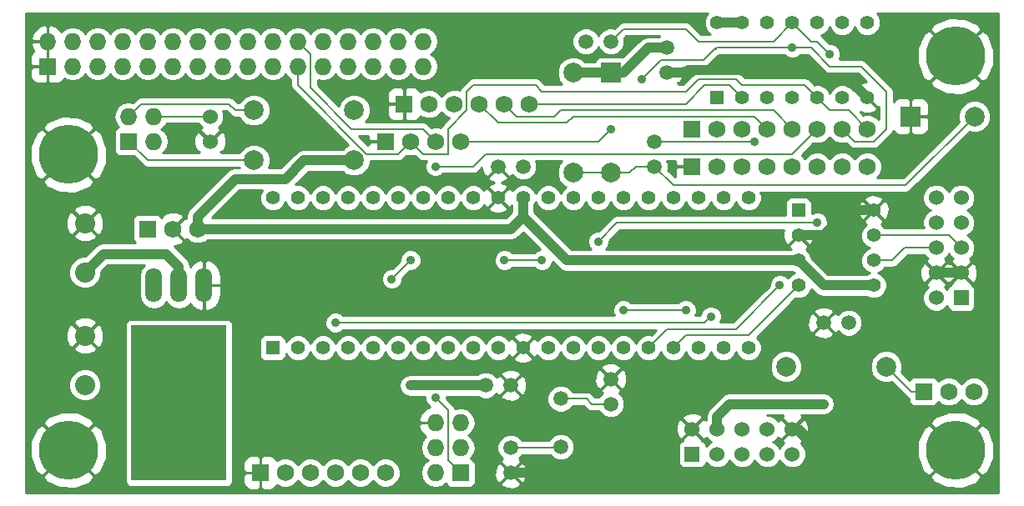
<source format=gbl>
%FSLAX34Y34*%
G04 Gerber Fmt 3.4, Leading zero omitted, Abs format*
G04 (created by PCBNEW (2014-jan-25)-product) date Sun 10 Aug 2014 10:49:42 PM PDT*
%MOIN*%
G01*
G70*
G90*
G04 APERTURE LIST*
%ADD10C,0.003937*%
%ADD11C,0.059100*%
%ADD12C,0.078700*%
%ADD13R,0.078700X0.078700*%
%ADD14C,0.060000*%
%ADD15C,0.236220*%
%ADD16R,0.068000X0.068000*%
%ADD17C,0.068000*%
%ADD18O,0.068000X0.068000*%
%ADD19C,0.080000*%
%ADD20R,0.060000X0.060000*%
%ADD21O,0.066900X0.137800*%
%ADD22R,0.380000X0.620000*%
%ADD23R,0.055000X0.055000*%
%ADD24C,0.055000*%
%ADD25C,0.035000*%
%ADD26C,0.008000*%
%ADD27C,0.040000*%
%ADD28C,0.010000*%
G04 APERTURE END LIST*
G54D10*
G54D11*
X59000Y-57000D03*
X59000Y-58000D03*
X63000Y-55250D03*
X63000Y-54250D03*
X59500Y-45750D03*
X58500Y-45750D03*
X58000Y-54500D03*
X59000Y-54500D03*
X72500Y-52000D03*
X71500Y-52000D03*
X64750Y-44750D03*
X64750Y-45750D03*
X65250Y-41000D03*
X65250Y-42000D03*
X62000Y-40750D03*
X63000Y-40750D03*
G54D12*
X63000Y-46000D03*
G54D13*
X63000Y-42000D03*
G54D14*
X47000Y-43750D03*
X47000Y-44750D03*
G54D15*
X41338Y-45275D03*
X76771Y-41338D03*
X41338Y-57086D03*
X76771Y-57086D03*
G54D16*
X75500Y-54750D03*
G54D17*
X76500Y-54750D03*
X77500Y-54750D03*
G54D16*
X43750Y-44750D03*
G54D18*
X43750Y-43750D03*
X44750Y-44750D03*
X44750Y-43750D03*
G54D19*
X42000Y-49984D03*
X42000Y-48015D03*
X42000Y-54484D03*
X42000Y-52515D03*
G54D20*
X77000Y-51000D03*
G54D14*
X76000Y-51000D03*
X77000Y-50000D03*
X76000Y-50000D03*
X77000Y-49000D03*
X76000Y-49000D03*
X77000Y-48000D03*
X76000Y-48000D03*
X77000Y-47000D03*
X76000Y-47000D03*
G54D16*
X54750Y-43250D03*
G54D17*
X55750Y-43250D03*
X56750Y-43250D03*
X57750Y-43250D03*
X58750Y-43250D03*
X59750Y-43250D03*
G54D16*
X49000Y-58000D03*
G54D17*
X50000Y-58000D03*
X51000Y-58000D03*
X52000Y-58000D03*
X53000Y-58000D03*
X54000Y-58000D03*
G54D16*
X44500Y-48250D03*
G54D17*
X45500Y-48250D03*
X46500Y-48250D03*
G54D16*
X57000Y-58000D03*
G54D18*
X56000Y-58000D03*
X57000Y-57000D03*
X56000Y-57000D03*
X57000Y-56000D03*
X56000Y-56000D03*
G54D16*
X54000Y-44750D03*
G54D17*
X55000Y-44750D03*
X56000Y-44750D03*
X57000Y-44750D03*
G54D20*
X66250Y-57250D03*
G54D14*
X66250Y-56250D03*
X67250Y-57250D03*
X67250Y-56250D03*
X68250Y-57250D03*
X68250Y-56250D03*
X69250Y-57250D03*
X69250Y-56250D03*
X70250Y-57250D03*
X70250Y-56250D03*
G54D21*
X45750Y-50500D03*
X46750Y-50500D03*
X44750Y-50500D03*
G54D22*
X45750Y-55200D03*
G54D16*
X66250Y-44250D03*
G54D17*
X67250Y-44250D03*
X68250Y-44250D03*
X69250Y-44250D03*
X70250Y-44250D03*
X71250Y-44250D03*
X72250Y-44250D03*
X73250Y-44250D03*
G54D16*
X66250Y-45750D03*
G54D17*
X67250Y-45750D03*
X68250Y-45750D03*
X69250Y-45750D03*
X70250Y-45750D03*
X71250Y-45750D03*
X72250Y-45750D03*
X73250Y-45750D03*
G54D12*
X70000Y-53750D03*
X74000Y-53750D03*
X61500Y-46000D03*
X61500Y-42000D03*
X48750Y-43500D03*
X52750Y-43500D03*
X48750Y-45500D03*
X52750Y-45500D03*
G54D13*
X74970Y-43750D03*
G54D12*
X77530Y-43750D03*
G54D23*
X67250Y-43000D03*
G54D24*
X68250Y-43000D03*
X69250Y-43000D03*
X70250Y-43000D03*
X71250Y-43000D03*
X72250Y-43000D03*
X73250Y-43000D03*
X73250Y-40000D03*
X72250Y-40000D03*
X71250Y-40000D03*
X70250Y-40000D03*
X69250Y-40000D03*
X68250Y-40000D03*
X67250Y-40000D03*
G54D23*
X70500Y-47500D03*
G54D24*
X70500Y-48500D03*
X70500Y-49500D03*
X70500Y-50500D03*
X73500Y-50500D03*
X73500Y-49500D03*
X73500Y-48500D03*
X73500Y-47500D03*
G54D23*
X49500Y-53000D03*
G54D24*
X50500Y-53000D03*
X51500Y-53000D03*
X52500Y-53000D03*
X53500Y-53000D03*
X54500Y-53000D03*
X55500Y-53000D03*
X56500Y-53000D03*
X57500Y-53000D03*
X58500Y-53000D03*
X59500Y-53000D03*
X60500Y-53000D03*
X61500Y-53000D03*
X62500Y-53000D03*
X63500Y-53000D03*
X64500Y-53000D03*
X65500Y-53000D03*
X66500Y-53000D03*
X67500Y-53000D03*
X68500Y-53000D03*
X68500Y-47000D03*
X67500Y-47000D03*
X66500Y-47000D03*
X65500Y-47000D03*
X64500Y-47000D03*
X63500Y-47000D03*
X62500Y-47000D03*
X61500Y-47000D03*
X60500Y-47000D03*
X59500Y-47000D03*
X58500Y-47000D03*
X57500Y-47000D03*
X56500Y-47000D03*
X55500Y-47000D03*
X54500Y-47000D03*
X53500Y-47000D03*
X52500Y-47000D03*
X51500Y-47000D03*
X50500Y-47000D03*
X49500Y-47000D03*
G54D11*
X61000Y-56961D03*
X61000Y-55039D03*
G54D16*
X40500Y-41750D03*
G54D18*
X40500Y-40750D03*
X41500Y-41750D03*
X41500Y-40750D03*
X42500Y-41750D03*
X42500Y-40750D03*
X43500Y-41750D03*
X43500Y-40750D03*
X44500Y-41750D03*
X44500Y-40750D03*
X45500Y-41750D03*
X45500Y-40750D03*
X46500Y-41750D03*
X46500Y-40750D03*
X47500Y-41750D03*
X47500Y-40750D03*
X48500Y-41750D03*
X48500Y-40750D03*
X49500Y-41750D03*
X49500Y-40750D03*
X50500Y-41750D03*
X50500Y-40750D03*
X51500Y-41750D03*
X51500Y-40750D03*
X52500Y-41750D03*
X52500Y-40750D03*
X53500Y-41750D03*
X53500Y-40750D03*
X54500Y-41750D03*
X54500Y-40750D03*
X55500Y-41750D03*
X55500Y-40750D03*
G54D25*
X60250Y-49500D03*
X58750Y-49500D03*
X55000Y-54500D03*
X71500Y-55250D03*
X56000Y-55000D03*
X63500Y-51500D03*
X66000Y-51500D03*
X69750Y-50500D03*
X62500Y-48750D03*
X71250Y-48000D03*
X55000Y-49500D03*
X54250Y-50250D03*
X56000Y-45750D03*
X63000Y-44250D03*
X64250Y-42250D03*
X70250Y-41000D03*
X68750Y-44750D03*
X71750Y-41250D03*
X52000Y-52000D03*
X67000Y-51750D03*
G54D26*
X59000Y-57000D02*
X60961Y-57000D01*
X60961Y-57000D02*
X61000Y-56961D01*
G54D27*
X65250Y-42000D02*
X66000Y-42000D01*
X72500Y-42250D02*
X73250Y-43000D01*
X71400Y-42250D02*
X72500Y-42250D01*
X71050Y-41900D02*
X71400Y-42250D01*
X66100Y-41900D02*
X71050Y-41900D01*
X66000Y-42000D02*
X66100Y-41900D01*
X59000Y-58000D02*
X70750Y-58000D01*
X71000Y-56750D02*
X70500Y-56250D01*
X71000Y-57750D02*
X71000Y-56750D01*
X70750Y-58000D02*
X71000Y-57750D01*
X70500Y-56250D02*
X70250Y-56250D01*
X76000Y-50000D02*
X77000Y-50000D01*
X70500Y-48500D02*
X71500Y-48500D01*
X72500Y-47500D02*
X73500Y-47500D01*
X71500Y-48500D02*
X72500Y-47500D01*
G54D26*
X63000Y-55250D02*
X62250Y-55250D01*
X62039Y-55039D02*
X61000Y-55039D01*
X62250Y-55250D02*
X62039Y-55039D01*
X64750Y-45750D02*
X65500Y-46500D01*
X74780Y-46500D02*
X77530Y-43750D01*
X65500Y-46500D02*
X74780Y-46500D01*
X63000Y-46000D02*
X63750Y-46000D01*
X64000Y-45750D02*
X64750Y-45750D01*
X63750Y-46000D02*
X64000Y-45750D01*
X58750Y-49500D02*
X60250Y-49500D01*
X61500Y-46000D02*
X63000Y-46000D01*
G54D27*
X46500Y-48250D02*
X46500Y-47750D01*
X50750Y-45500D02*
X52750Y-45500D01*
X50000Y-46250D02*
X50750Y-45500D01*
X48000Y-46250D02*
X50000Y-46250D01*
X46500Y-47750D02*
X48000Y-46250D01*
X59500Y-47750D02*
X61250Y-49500D01*
X61250Y-49500D02*
X70500Y-49500D01*
X46500Y-48250D02*
X59000Y-48250D01*
X59500Y-47750D02*
X59500Y-47000D01*
X59000Y-48250D02*
X59500Y-47750D01*
X55000Y-54500D02*
X58000Y-54500D01*
X67250Y-56250D02*
X67250Y-55750D01*
X67750Y-55250D02*
X71500Y-55250D01*
X67250Y-55750D02*
X67750Y-55250D01*
X73500Y-50500D02*
X71500Y-50500D01*
X71500Y-50500D02*
X70500Y-49500D01*
X67250Y-40000D02*
X68250Y-40000D01*
X63000Y-42000D02*
X63500Y-42000D01*
X64500Y-41000D02*
X65250Y-41000D01*
X63500Y-42000D02*
X64500Y-41000D01*
X61500Y-42000D02*
X63000Y-42000D01*
G54D26*
X44750Y-43750D02*
X47000Y-43750D01*
X75500Y-54750D02*
X75000Y-54750D01*
X75000Y-54750D02*
X74000Y-53750D01*
X48750Y-45500D02*
X44500Y-45500D01*
X44500Y-45500D02*
X43750Y-44750D01*
X48750Y-43500D02*
X48000Y-43500D01*
X44250Y-43250D02*
X43750Y-43750D01*
X47750Y-43250D02*
X44250Y-43250D01*
X48000Y-43500D02*
X47750Y-43250D01*
X56500Y-57500D02*
X57000Y-58000D01*
X56500Y-55500D02*
X56500Y-57500D01*
X56000Y-55000D02*
X56500Y-55500D01*
X66000Y-51500D02*
X63500Y-51500D01*
X64500Y-53000D02*
X65250Y-52250D01*
X68000Y-52250D02*
X69750Y-50500D01*
X65250Y-52250D02*
X68000Y-52250D01*
X65500Y-53000D02*
X66000Y-52500D01*
X68500Y-52500D02*
X70500Y-50500D01*
X66000Y-52500D02*
X68500Y-52500D01*
X63250Y-48000D02*
X62500Y-48750D01*
X71250Y-48000D02*
X63250Y-48000D01*
X50500Y-41750D02*
X50500Y-42500D01*
X50500Y-42500D02*
X53250Y-45250D01*
X55000Y-44750D02*
X54500Y-45250D01*
X54500Y-45250D02*
X53250Y-45250D01*
X60000Y-42500D02*
X57500Y-42500D01*
X56500Y-45000D02*
X56500Y-45250D01*
X56500Y-44250D02*
X56500Y-45000D01*
X57250Y-43500D02*
X56500Y-44250D01*
X57250Y-42750D02*
X57250Y-43500D01*
X57500Y-42500D02*
X57250Y-42750D01*
X71250Y-43000D02*
X70750Y-42500D01*
X55500Y-45250D02*
X55000Y-44750D01*
X56500Y-45250D02*
X55500Y-45250D01*
X60250Y-42750D02*
X60000Y-42500D01*
X66000Y-42750D02*
X60250Y-42750D01*
X66500Y-42250D02*
X66000Y-42750D01*
X68000Y-42250D02*
X66500Y-42250D01*
X68250Y-42500D02*
X68000Y-42250D01*
X70750Y-42500D02*
X68250Y-42500D01*
X71250Y-43000D02*
X71750Y-43500D01*
X72500Y-43500D02*
X73250Y-44250D01*
X71750Y-43500D02*
X72500Y-43500D01*
X55000Y-49500D02*
X54250Y-50250D01*
X50500Y-40750D02*
X51000Y-41250D01*
X51000Y-42600D02*
X52650Y-44250D01*
X51000Y-41250D02*
X51000Y-42600D01*
X71250Y-44250D02*
X70250Y-45250D01*
X57500Y-45750D02*
X56000Y-45750D01*
X58000Y-45250D02*
X57500Y-45750D01*
X61250Y-45250D02*
X58000Y-45250D01*
X70250Y-45250D02*
X61250Y-45250D01*
X56000Y-44750D02*
X55500Y-44250D01*
X55500Y-44250D02*
X52650Y-44250D01*
X64250Y-42250D02*
X65000Y-41500D01*
X67200Y-41000D02*
X67200Y-41050D01*
X66700Y-41500D02*
X67200Y-41000D01*
X65000Y-41500D02*
X66700Y-41500D01*
X70250Y-41000D02*
X67250Y-41000D01*
X67250Y-41000D02*
X67200Y-41050D01*
X62500Y-44750D02*
X57000Y-44750D01*
X63000Y-44250D02*
X62500Y-44750D01*
X72250Y-44250D02*
X72750Y-44750D01*
X71000Y-41000D02*
X70250Y-41000D01*
X71750Y-41750D02*
X71000Y-41000D01*
X73000Y-41750D02*
X71750Y-41750D01*
X74000Y-42750D02*
X73000Y-41750D01*
X74000Y-44250D02*
X74000Y-42750D01*
X73500Y-44750D02*
X74000Y-44250D01*
X72750Y-44750D02*
X73500Y-44750D01*
X73500Y-49500D02*
X74250Y-49500D01*
X74750Y-49000D02*
X76000Y-49000D01*
X74250Y-49500D02*
X74750Y-49000D01*
X73500Y-48500D02*
X76500Y-48500D01*
X76500Y-48500D02*
X77000Y-49000D01*
G54D27*
X45750Y-50500D02*
X45750Y-49750D01*
X42734Y-49250D02*
X42000Y-49984D01*
X45250Y-49250D02*
X42734Y-49250D01*
X45750Y-49750D02*
X45250Y-49250D01*
G54D26*
X64750Y-44750D02*
X68750Y-44750D01*
X71000Y-40750D02*
X70250Y-40000D01*
X71250Y-40750D02*
X71000Y-40750D01*
X71750Y-41250D02*
X71250Y-40750D01*
X63000Y-40750D02*
X63500Y-40250D01*
X69500Y-40750D02*
X70250Y-40000D01*
X66500Y-40750D02*
X69500Y-40750D01*
X66000Y-40250D02*
X66500Y-40750D01*
X63500Y-40250D02*
X66000Y-40250D01*
X66750Y-52000D02*
X52000Y-52000D01*
X67000Y-51750D02*
X66750Y-52000D01*
X59750Y-43250D02*
X66000Y-43250D01*
X66000Y-43250D02*
X66750Y-42500D01*
X68250Y-43000D02*
X67750Y-42500D01*
X67750Y-42500D02*
X66750Y-42500D01*
X57750Y-43250D02*
X58500Y-44000D01*
X68750Y-43750D02*
X69250Y-44250D01*
X61500Y-43750D02*
X68750Y-43750D01*
X61250Y-44000D02*
X61500Y-43750D01*
X58500Y-44000D02*
X61250Y-44000D01*
X70250Y-44250D02*
X69500Y-43500D01*
X59250Y-43750D02*
X58750Y-43250D01*
X60750Y-43750D02*
X59250Y-43750D01*
X61000Y-43500D02*
X60750Y-43750D01*
X69500Y-43500D02*
X61000Y-43500D01*
G54D28*
G36*
X54017Y-44760D02*
X54010Y-44760D01*
X54010Y-44767D01*
X53990Y-44767D01*
X53990Y-44760D01*
X53397Y-44760D01*
X53310Y-44847D01*
X53310Y-44899D01*
X52950Y-44540D01*
X53310Y-44540D01*
X53310Y-44652D01*
X53397Y-44740D01*
X53990Y-44740D01*
X53990Y-44732D01*
X54010Y-44732D01*
X54010Y-44740D01*
X54017Y-44740D01*
X54017Y-44760D01*
X54017Y-44760D01*
G37*
X54017Y-44760D02*
X54010Y-44760D01*
X54010Y-44767D01*
X53990Y-44767D01*
X53990Y-44760D01*
X53397Y-44760D01*
X53310Y-44847D01*
X53310Y-44899D01*
X52950Y-44540D01*
X53310Y-44540D01*
X53310Y-44652D01*
X53397Y-44740D01*
X53990Y-44740D01*
X53990Y-44732D01*
X54010Y-44732D01*
X54010Y-44740D01*
X54017Y-44740D01*
X54017Y-44760D01*
G36*
X61189Y-46567D02*
X61055Y-46702D01*
X60999Y-46835D01*
X60945Y-46703D01*
X60797Y-46555D01*
X60604Y-46475D01*
X60396Y-46474D01*
X60203Y-46554D01*
X60055Y-46702D01*
X59999Y-46835D01*
X59945Y-46703D01*
X59797Y-46555D01*
X59604Y-46475D01*
X59396Y-46474D01*
X59203Y-46554D01*
X59055Y-46702D01*
X59055Y-46702D01*
X59038Y-46658D01*
X59021Y-46633D01*
X58896Y-46618D01*
X58896Y-46160D01*
X58500Y-45764D01*
X58103Y-46160D01*
X58121Y-46288D01*
X58348Y-46388D01*
X58158Y-46461D01*
X58133Y-46478D01*
X58118Y-46604D01*
X58500Y-46985D01*
X58881Y-46604D01*
X58866Y-46478D01*
X58651Y-46383D01*
X58852Y-46305D01*
X58878Y-46288D01*
X58896Y-46160D01*
X58896Y-46618D01*
X58895Y-46618D01*
X58514Y-47000D01*
X58895Y-47381D01*
X59021Y-47366D01*
X59050Y-47301D01*
X59050Y-47563D01*
X58881Y-47732D01*
X58881Y-47395D01*
X58500Y-47014D01*
X58118Y-47395D01*
X58133Y-47521D01*
X58360Y-47621D01*
X58609Y-47627D01*
X58841Y-47538D01*
X58866Y-47521D01*
X58881Y-47395D01*
X58881Y-47732D01*
X58813Y-47800D01*
X47086Y-47800D01*
X48186Y-46700D01*
X49057Y-46700D01*
X49055Y-46702D01*
X48975Y-46895D01*
X48974Y-47103D01*
X49054Y-47297D01*
X49202Y-47444D01*
X49395Y-47524D01*
X49603Y-47525D01*
X49797Y-47445D01*
X49944Y-47297D01*
X50000Y-47164D01*
X50054Y-47297D01*
X50202Y-47444D01*
X50395Y-47524D01*
X50603Y-47525D01*
X50797Y-47445D01*
X50944Y-47297D01*
X51000Y-47164D01*
X51054Y-47297D01*
X51202Y-47444D01*
X51395Y-47524D01*
X51603Y-47525D01*
X51797Y-47445D01*
X51944Y-47297D01*
X52000Y-47164D01*
X52054Y-47297D01*
X52202Y-47444D01*
X52395Y-47524D01*
X52603Y-47525D01*
X52797Y-47445D01*
X52944Y-47297D01*
X53000Y-47164D01*
X53054Y-47297D01*
X53202Y-47444D01*
X53395Y-47524D01*
X53603Y-47525D01*
X53797Y-47445D01*
X53944Y-47297D01*
X54000Y-47164D01*
X54054Y-47297D01*
X54202Y-47444D01*
X54395Y-47524D01*
X54603Y-47525D01*
X54797Y-47445D01*
X54944Y-47297D01*
X55000Y-47164D01*
X55054Y-47297D01*
X55202Y-47444D01*
X55395Y-47524D01*
X55603Y-47525D01*
X55797Y-47445D01*
X55944Y-47297D01*
X56000Y-47164D01*
X56054Y-47297D01*
X56202Y-47444D01*
X56395Y-47524D01*
X56603Y-47525D01*
X56797Y-47445D01*
X56944Y-47297D01*
X57000Y-47164D01*
X57054Y-47297D01*
X57202Y-47444D01*
X57395Y-47524D01*
X57603Y-47525D01*
X57797Y-47445D01*
X57944Y-47297D01*
X57944Y-47297D01*
X57961Y-47341D01*
X57978Y-47366D01*
X58104Y-47381D01*
X58485Y-47000D01*
X58104Y-46618D01*
X57978Y-46633D01*
X57946Y-46706D01*
X57945Y-46703D01*
X57797Y-46555D01*
X57604Y-46475D01*
X57396Y-46474D01*
X57203Y-46554D01*
X57055Y-46702D01*
X56999Y-46835D01*
X56945Y-46703D01*
X56797Y-46555D01*
X56604Y-46475D01*
X56396Y-46474D01*
X56203Y-46554D01*
X56055Y-46702D01*
X55999Y-46835D01*
X55945Y-46703D01*
X55797Y-46555D01*
X55604Y-46475D01*
X55396Y-46474D01*
X55203Y-46554D01*
X55055Y-46702D01*
X54999Y-46835D01*
X54945Y-46703D01*
X54797Y-46555D01*
X54604Y-46475D01*
X54396Y-46474D01*
X54203Y-46554D01*
X54055Y-46702D01*
X53999Y-46835D01*
X53945Y-46703D01*
X53797Y-46555D01*
X53604Y-46475D01*
X53396Y-46474D01*
X53203Y-46554D01*
X53055Y-46702D01*
X52999Y-46835D01*
X52945Y-46703D01*
X52797Y-46555D01*
X52604Y-46475D01*
X52396Y-46474D01*
X52203Y-46554D01*
X52055Y-46702D01*
X51999Y-46835D01*
X51945Y-46703D01*
X51797Y-46555D01*
X51604Y-46475D01*
X51396Y-46474D01*
X51203Y-46554D01*
X51055Y-46702D01*
X50999Y-46835D01*
X50945Y-46703D01*
X50797Y-46555D01*
X50604Y-46475D01*
X50411Y-46474D01*
X50936Y-45950D01*
X52289Y-45950D01*
X52385Y-46045D01*
X52621Y-46143D01*
X52877Y-46143D01*
X53114Y-46045D01*
X53295Y-45864D01*
X53393Y-45628D01*
X53393Y-45540D01*
X54500Y-45540D01*
X54610Y-45517D01*
X54705Y-45455D01*
X54838Y-45321D01*
X54882Y-45339D01*
X55116Y-45340D01*
X55161Y-45321D01*
X55294Y-45455D01*
X55389Y-45517D01*
X55500Y-45540D01*
X55627Y-45540D01*
X55575Y-45665D01*
X55574Y-45834D01*
X55639Y-45990D01*
X55758Y-46110D01*
X55915Y-46174D01*
X56084Y-46175D01*
X56240Y-46110D01*
X56311Y-46040D01*
X57500Y-46040D01*
X57610Y-46017D01*
X57705Y-45955D01*
X57852Y-45807D01*
X57851Y-45862D01*
X57944Y-46102D01*
X57961Y-46128D01*
X58089Y-46146D01*
X58485Y-45750D01*
X58480Y-45744D01*
X58494Y-45730D01*
X58500Y-45735D01*
X58505Y-45730D01*
X58519Y-45744D01*
X58514Y-45750D01*
X58910Y-46146D01*
X59038Y-46128D01*
X59059Y-46080D01*
X59190Y-46212D01*
X59391Y-46295D01*
X59608Y-46295D01*
X59808Y-46212D01*
X59962Y-46059D01*
X60045Y-45858D01*
X60045Y-45641D01*
X60003Y-45540D01*
X61049Y-45540D01*
X60954Y-45635D01*
X60856Y-45871D01*
X60856Y-46127D01*
X60954Y-46364D01*
X61135Y-46545D01*
X61189Y-46567D01*
X61189Y-46567D01*
G37*
X61189Y-46567D02*
X61055Y-46702D01*
X60999Y-46835D01*
X60945Y-46703D01*
X60797Y-46555D01*
X60604Y-46475D01*
X60396Y-46474D01*
X60203Y-46554D01*
X60055Y-46702D01*
X59999Y-46835D01*
X59945Y-46703D01*
X59797Y-46555D01*
X59604Y-46475D01*
X59396Y-46474D01*
X59203Y-46554D01*
X59055Y-46702D01*
X59055Y-46702D01*
X59038Y-46658D01*
X59021Y-46633D01*
X58896Y-46618D01*
X58896Y-46160D01*
X58500Y-45764D01*
X58103Y-46160D01*
X58121Y-46288D01*
X58348Y-46388D01*
X58158Y-46461D01*
X58133Y-46478D01*
X58118Y-46604D01*
X58500Y-46985D01*
X58881Y-46604D01*
X58866Y-46478D01*
X58651Y-46383D01*
X58852Y-46305D01*
X58878Y-46288D01*
X58896Y-46160D01*
X58896Y-46618D01*
X58895Y-46618D01*
X58514Y-47000D01*
X58895Y-47381D01*
X59021Y-47366D01*
X59050Y-47301D01*
X59050Y-47563D01*
X58881Y-47732D01*
X58881Y-47395D01*
X58500Y-47014D01*
X58118Y-47395D01*
X58133Y-47521D01*
X58360Y-47621D01*
X58609Y-47627D01*
X58841Y-47538D01*
X58866Y-47521D01*
X58881Y-47395D01*
X58881Y-47732D01*
X58813Y-47800D01*
X47086Y-47800D01*
X48186Y-46700D01*
X49057Y-46700D01*
X49055Y-46702D01*
X48975Y-46895D01*
X48974Y-47103D01*
X49054Y-47297D01*
X49202Y-47444D01*
X49395Y-47524D01*
X49603Y-47525D01*
X49797Y-47445D01*
X49944Y-47297D01*
X50000Y-47164D01*
X50054Y-47297D01*
X50202Y-47444D01*
X50395Y-47524D01*
X50603Y-47525D01*
X50797Y-47445D01*
X50944Y-47297D01*
X51000Y-47164D01*
X51054Y-47297D01*
X51202Y-47444D01*
X51395Y-47524D01*
X51603Y-47525D01*
X51797Y-47445D01*
X51944Y-47297D01*
X52000Y-47164D01*
X52054Y-47297D01*
X52202Y-47444D01*
X52395Y-47524D01*
X52603Y-47525D01*
X52797Y-47445D01*
X52944Y-47297D01*
X53000Y-47164D01*
X53054Y-47297D01*
X53202Y-47444D01*
X53395Y-47524D01*
X53603Y-47525D01*
X53797Y-47445D01*
X53944Y-47297D01*
X54000Y-47164D01*
X54054Y-47297D01*
X54202Y-47444D01*
X54395Y-47524D01*
X54603Y-47525D01*
X54797Y-47445D01*
X54944Y-47297D01*
X55000Y-47164D01*
X55054Y-47297D01*
X55202Y-47444D01*
X55395Y-47524D01*
X55603Y-47525D01*
X55797Y-47445D01*
X55944Y-47297D01*
X56000Y-47164D01*
X56054Y-47297D01*
X56202Y-47444D01*
X56395Y-47524D01*
X56603Y-47525D01*
X56797Y-47445D01*
X56944Y-47297D01*
X57000Y-47164D01*
X57054Y-47297D01*
X57202Y-47444D01*
X57395Y-47524D01*
X57603Y-47525D01*
X57797Y-47445D01*
X57944Y-47297D01*
X57944Y-47297D01*
X57961Y-47341D01*
X57978Y-47366D01*
X58104Y-47381D01*
X58485Y-47000D01*
X58104Y-46618D01*
X57978Y-46633D01*
X57946Y-46706D01*
X57945Y-46703D01*
X57797Y-46555D01*
X57604Y-46475D01*
X57396Y-46474D01*
X57203Y-46554D01*
X57055Y-46702D01*
X56999Y-46835D01*
X56945Y-46703D01*
X56797Y-46555D01*
X56604Y-46475D01*
X56396Y-46474D01*
X56203Y-46554D01*
X56055Y-46702D01*
X55999Y-46835D01*
X55945Y-46703D01*
X55797Y-46555D01*
X55604Y-46475D01*
X55396Y-46474D01*
X55203Y-46554D01*
X55055Y-46702D01*
X54999Y-46835D01*
X54945Y-46703D01*
X54797Y-46555D01*
X54604Y-46475D01*
X54396Y-46474D01*
X54203Y-46554D01*
X54055Y-46702D01*
X53999Y-46835D01*
X53945Y-46703D01*
X53797Y-46555D01*
X53604Y-46475D01*
X53396Y-46474D01*
X53203Y-46554D01*
X53055Y-46702D01*
X52999Y-46835D01*
X52945Y-46703D01*
X52797Y-46555D01*
X52604Y-46475D01*
X52396Y-46474D01*
X52203Y-46554D01*
X52055Y-46702D01*
X51999Y-46835D01*
X51945Y-46703D01*
X51797Y-46555D01*
X51604Y-46475D01*
X51396Y-46474D01*
X51203Y-46554D01*
X51055Y-46702D01*
X50999Y-46835D01*
X50945Y-46703D01*
X50797Y-46555D01*
X50604Y-46475D01*
X50411Y-46474D01*
X50936Y-45950D01*
X52289Y-45950D01*
X52385Y-46045D01*
X52621Y-46143D01*
X52877Y-46143D01*
X53114Y-46045D01*
X53295Y-45864D01*
X53393Y-45628D01*
X53393Y-45540D01*
X54500Y-45540D01*
X54610Y-45517D01*
X54705Y-45455D01*
X54838Y-45321D01*
X54882Y-45339D01*
X55116Y-45340D01*
X55161Y-45321D01*
X55294Y-45455D01*
X55389Y-45517D01*
X55500Y-45540D01*
X55627Y-45540D01*
X55575Y-45665D01*
X55574Y-45834D01*
X55639Y-45990D01*
X55758Y-46110D01*
X55915Y-46174D01*
X56084Y-46175D01*
X56240Y-46110D01*
X56311Y-46040D01*
X57500Y-46040D01*
X57610Y-46017D01*
X57705Y-45955D01*
X57852Y-45807D01*
X57851Y-45862D01*
X57944Y-46102D01*
X57961Y-46128D01*
X58089Y-46146D01*
X58485Y-45750D01*
X58480Y-45744D01*
X58494Y-45730D01*
X58500Y-45735D01*
X58505Y-45730D01*
X58519Y-45744D01*
X58514Y-45750D01*
X58910Y-46146D01*
X59038Y-46128D01*
X59059Y-46080D01*
X59190Y-46212D01*
X59391Y-46295D01*
X59608Y-46295D01*
X59808Y-46212D01*
X59962Y-46059D01*
X60045Y-45858D01*
X60045Y-45641D01*
X60003Y-45540D01*
X61049Y-45540D01*
X60954Y-45635D01*
X60856Y-45871D01*
X60856Y-46127D01*
X60954Y-46364D01*
X61135Y-46545D01*
X61189Y-46567D01*
G36*
X65269Y-42005D02*
X65255Y-42019D01*
X65250Y-42014D01*
X65244Y-42019D01*
X65230Y-42005D01*
X65235Y-42000D01*
X65230Y-41994D01*
X65244Y-41980D01*
X65250Y-41985D01*
X65255Y-41980D01*
X65269Y-41994D01*
X65264Y-42000D01*
X65269Y-42005D01*
X65269Y-42005D01*
G37*
X65269Y-42005D02*
X65255Y-42019D01*
X65250Y-42014D01*
X65244Y-42019D01*
X65230Y-42005D01*
X65235Y-42000D01*
X65230Y-41994D01*
X65244Y-41980D01*
X65250Y-41985D01*
X65255Y-41980D01*
X65269Y-41994D01*
X65264Y-42000D01*
X65269Y-42005D01*
G36*
X66267Y-45760D02*
X66260Y-45760D01*
X66260Y-45767D01*
X66240Y-45767D01*
X66240Y-45760D01*
X65647Y-45760D01*
X65560Y-45847D01*
X65560Y-46020D01*
X65560Y-46149D01*
X65287Y-45877D01*
X65295Y-45858D01*
X65295Y-45641D01*
X65253Y-45540D01*
X65560Y-45540D01*
X65560Y-45652D01*
X65647Y-45740D01*
X66240Y-45740D01*
X66240Y-45732D01*
X66260Y-45732D01*
X66260Y-45740D01*
X66267Y-45740D01*
X66267Y-45760D01*
X66267Y-45760D01*
G37*
X66267Y-45760D02*
X66260Y-45760D01*
X66260Y-45767D01*
X66240Y-45767D01*
X66240Y-45760D01*
X65647Y-45760D01*
X65560Y-45847D01*
X65560Y-46020D01*
X65560Y-46149D01*
X65287Y-45877D01*
X65295Y-45858D01*
X65295Y-45641D01*
X65253Y-45540D01*
X65560Y-45540D01*
X65560Y-45652D01*
X65647Y-45740D01*
X66240Y-45740D01*
X66240Y-45732D01*
X66260Y-45732D01*
X66260Y-45740D01*
X66267Y-45740D01*
X66267Y-45760D01*
G36*
X73710Y-43875D02*
X73584Y-43750D01*
X73367Y-43660D01*
X73133Y-43659D01*
X73088Y-43678D01*
X72969Y-43559D01*
X73110Y-43621D01*
X73359Y-43627D01*
X73591Y-43538D01*
X73616Y-43521D01*
X73631Y-43395D01*
X73250Y-43014D01*
X73244Y-43019D01*
X73230Y-43005D01*
X73235Y-43000D01*
X72854Y-42618D01*
X72728Y-42633D01*
X72696Y-42706D01*
X72695Y-42703D01*
X72547Y-42555D01*
X72354Y-42475D01*
X72146Y-42474D01*
X71953Y-42554D01*
X71805Y-42702D01*
X71749Y-42835D01*
X71695Y-42703D01*
X71547Y-42555D01*
X71354Y-42475D01*
X71146Y-42474D01*
X71138Y-42478D01*
X70955Y-42294D01*
X70860Y-42232D01*
X70750Y-42210D01*
X68370Y-42210D01*
X68205Y-42044D01*
X68110Y-41982D01*
X68000Y-41960D01*
X66500Y-41960D01*
X66389Y-41982D01*
X66294Y-42044D01*
X65879Y-42460D01*
X65719Y-42460D01*
X65721Y-42457D01*
X65660Y-42396D01*
X65788Y-42378D01*
X65892Y-42143D01*
X65898Y-41887D01*
X65860Y-41790D01*
X66700Y-41790D01*
X66810Y-41767D01*
X66905Y-41705D01*
X67287Y-41322D01*
X67310Y-41317D01*
X67352Y-41290D01*
X69938Y-41290D01*
X70008Y-41360D01*
X70165Y-41424D01*
X70334Y-41425D01*
X70490Y-41360D01*
X70561Y-41290D01*
X70879Y-41290D01*
X71544Y-41955D01*
X71639Y-42017D01*
X71639Y-42017D01*
X71750Y-42040D01*
X72879Y-42040D01*
X73213Y-42373D01*
X73140Y-42372D01*
X72908Y-42461D01*
X72883Y-42478D01*
X72868Y-42604D01*
X73250Y-42985D01*
X73255Y-42980D01*
X73269Y-42994D01*
X73264Y-43000D01*
X73645Y-43381D01*
X73710Y-43373D01*
X73710Y-43875D01*
X73710Y-43875D01*
G37*
X73710Y-43875D02*
X73584Y-43750D01*
X73367Y-43660D01*
X73133Y-43659D01*
X73088Y-43678D01*
X72969Y-43559D01*
X73110Y-43621D01*
X73359Y-43627D01*
X73591Y-43538D01*
X73616Y-43521D01*
X73631Y-43395D01*
X73250Y-43014D01*
X73244Y-43019D01*
X73230Y-43005D01*
X73235Y-43000D01*
X72854Y-42618D01*
X72728Y-42633D01*
X72696Y-42706D01*
X72695Y-42703D01*
X72547Y-42555D01*
X72354Y-42475D01*
X72146Y-42474D01*
X71953Y-42554D01*
X71805Y-42702D01*
X71749Y-42835D01*
X71695Y-42703D01*
X71547Y-42555D01*
X71354Y-42475D01*
X71146Y-42474D01*
X71138Y-42478D01*
X70955Y-42294D01*
X70860Y-42232D01*
X70750Y-42210D01*
X68370Y-42210D01*
X68205Y-42044D01*
X68110Y-41982D01*
X68000Y-41960D01*
X66500Y-41960D01*
X66389Y-41982D01*
X66294Y-42044D01*
X65879Y-42460D01*
X65719Y-42460D01*
X65721Y-42457D01*
X65660Y-42396D01*
X65788Y-42378D01*
X65892Y-42143D01*
X65898Y-41887D01*
X65860Y-41790D01*
X66700Y-41790D01*
X66810Y-41767D01*
X66905Y-41705D01*
X67287Y-41322D01*
X67310Y-41317D01*
X67352Y-41290D01*
X69938Y-41290D01*
X70008Y-41360D01*
X70165Y-41424D01*
X70334Y-41425D01*
X70490Y-41360D01*
X70561Y-41290D01*
X70879Y-41290D01*
X71544Y-41955D01*
X71639Y-42017D01*
X71639Y-42017D01*
X71750Y-42040D01*
X72879Y-42040D01*
X73213Y-42373D01*
X73140Y-42372D01*
X72908Y-42461D01*
X72883Y-42478D01*
X72868Y-42604D01*
X73250Y-42985D01*
X73255Y-42980D01*
X73269Y-42994D01*
X73264Y-43000D01*
X73645Y-43381D01*
X73710Y-43373D01*
X73710Y-43875D01*
G36*
X78480Y-58795D02*
X78311Y-58795D01*
X78311Y-56832D01*
X78311Y-41084D01*
X78097Y-40514D01*
X78040Y-40429D01*
X77820Y-40303D01*
X77806Y-40317D01*
X77806Y-40289D01*
X77681Y-40069D01*
X77126Y-39818D01*
X76517Y-39798D01*
X75947Y-40012D01*
X75862Y-40069D01*
X75736Y-40289D01*
X76771Y-41324D01*
X77806Y-40289D01*
X77806Y-40317D01*
X76785Y-41338D01*
X77820Y-42373D01*
X78040Y-42248D01*
X78291Y-41693D01*
X78311Y-41084D01*
X78311Y-56832D01*
X78097Y-56262D01*
X78090Y-56251D01*
X78090Y-54633D01*
X78000Y-54416D01*
X77834Y-54250D01*
X77652Y-54174D01*
X77652Y-49886D01*
X77559Y-49645D01*
X77541Y-49618D01*
X77413Y-49600D01*
X77014Y-50000D01*
X77413Y-50399D01*
X77541Y-50381D01*
X77646Y-50144D01*
X77652Y-49886D01*
X77652Y-54174D01*
X77617Y-54160D01*
X77550Y-54160D01*
X77550Y-51349D01*
X77550Y-51250D01*
X77550Y-50650D01*
X77511Y-50558D01*
X77441Y-50488D01*
X77391Y-50467D01*
X77399Y-50413D01*
X77000Y-50014D01*
X76985Y-50028D01*
X76985Y-50000D01*
X76586Y-49600D01*
X76500Y-49612D01*
X76413Y-49600D01*
X76014Y-50000D01*
X76413Y-50399D01*
X76500Y-50387D01*
X76586Y-50399D01*
X76985Y-50000D01*
X76985Y-50028D01*
X76600Y-50413D01*
X76608Y-50467D01*
X76558Y-50488D01*
X76488Y-50558D01*
X76450Y-50650D01*
X76450Y-50672D01*
X76342Y-50564D01*
X76354Y-50559D01*
X76381Y-50541D01*
X76399Y-50413D01*
X76000Y-50014D01*
X75985Y-50028D01*
X75985Y-50000D01*
X75586Y-49600D01*
X75458Y-49618D01*
X75353Y-49855D01*
X75347Y-50113D01*
X75440Y-50354D01*
X75458Y-50381D01*
X75586Y-50399D01*
X75985Y-50000D01*
X75985Y-50028D01*
X75600Y-50413D01*
X75618Y-50541D01*
X75661Y-50560D01*
X75534Y-50688D01*
X75450Y-50890D01*
X75449Y-51108D01*
X75533Y-51311D01*
X75688Y-51465D01*
X75890Y-51549D01*
X76108Y-51550D01*
X76311Y-51466D01*
X76450Y-51327D01*
X76450Y-51349D01*
X76488Y-51441D01*
X76558Y-51511D01*
X76650Y-51550D01*
X76749Y-51550D01*
X77349Y-51550D01*
X77441Y-51511D01*
X77511Y-51441D01*
X77550Y-51349D01*
X77550Y-54160D01*
X77383Y-54159D01*
X77166Y-54249D01*
X77000Y-54415D01*
X76999Y-54415D01*
X76834Y-54250D01*
X76617Y-54160D01*
X76383Y-54159D01*
X76166Y-54249D01*
X76079Y-54335D01*
X76051Y-54268D01*
X75981Y-54198D01*
X75889Y-54160D01*
X75790Y-54160D01*
X75110Y-54160D01*
X75018Y-54198D01*
X74948Y-54268D01*
X74942Y-54282D01*
X74612Y-53952D01*
X74643Y-53878D01*
X74643Y-53622D01*
X74545Y-53385D01*
X74364Y-53204D01*
X74128Y-53106D01*
X73872Y-53106D01*
X73635Y-53204D01*
X73454Y-53385D01*
X73356Y-53621D01*
X73356Y-53877D01*
X73454Y-54114D01*
X73635Y-54295D01*
X73871Y-54393D01*
X74127Y-54393D01*
X74202Y-54362D01*
X74794Y-54955D01*
X74889Y-55017D01*
X74910Y-55022D01*
X74910Y-55139D01*
X74948Y-55231D01*
X75018Y-55301D01*
X75110Y-55340D01*
X75209Y-55340D01*
X75889Y-55340D01*
X75981Y-55301D01*
X76051Y-55231D01*
X76079Y-55164D01*
X76165Y-55249D01*
X76382Y-55339D01*
X76616Y-55340D01*
X76833Y-55250D01*
X76999Y-55084D01*
X77000Y-55084D01*
X77165Y-55249D01*
X77382Y-55339D01*
X77616Y-55340D01*
X77833Y-55250D01*
X77999Y-55084D01*
X78089Y-54867D01*
X78090Y-54633D01*
X78090Y-56251D01*
X78040Y-56177D01*
X77820Y-56051D01*
X77806Y-56065D01*
X77806Y-56037D01*
X77681Y-55817D01*
X77126Y-55566D01*
X76517Y-55546D01*
X75947Y-55760D01*
X75862Y-55817D01*
X75736Y-56037D01*
X76771Y-57072D01*
X77806Y-56037D01*
X77806Y-56065D01*
X76785Y-57086D01*
X77820Y-58121D01*
X78040Y-57996D01*
X78291Y-57441D01*
X78311Y-56832D01*
X78311Y-58795D01*
X77806Y-58795D01*
X77806Y-58135D01*
X76771Y-57100D01*
X76757Y-57114D01*
X76757Y-57086D01*
X75722Y-56051D01*
X75502Y-56177D01*
X75251Y-56731D01*
X75231Y-57340D01*
X75445Y-57910D01*
X75502Y-57996D01*
X75722Y-58121D01*
X76757Y-57086D01*
X76757Y-57114D01*
X75736Y-58135D01*
X75862Y-58355D01*
X76416Y-58606D01*
X77025Y-58626D01*
X77595Y-58412D01*
X77681Y-58355D01*
X77806Y-58135D01*
X77806Y-58795D01*
X73045Y-58795D01*
X73045Y-51891D01*
X72962Y-51691D01*
X72809Y-51537D01*
X72608Y-51454D01*
X72391Y-51454D01*
X72191Y-51537D01*
X72062Y-51665D01*
X72055Y-51647D01*
X72038Y-51621D01*
X71910Y-51603D01*
X71896Y-51617D01*
X71896Y-51589D01*
X71878Y-51461D01*
X71643Y-51357D01*
X71387Y-51351D01*
X71147Y-51444D01*
X71121Y-51461D01*
X71103Y-51589D01*
X71500Y-51985D01*
X71896Y-51589D01*
X71896Y-51617D01*
X71514Y-52000D01*
X71910Y-52396D01*
X72038Y-52378D01*
X72059Y-52330D01*
X72190Y-52462D01*
X72391Y-52545D01*
X72608Y-52545D01*
X72808Y-52462D01*
X72962Y-52309D01*
X73045Y-52108D01*
X73045Y-51891D01*
X73045Y-58795D01*
X71950Y-58795D01*
X71950Y-55250D01*
X71915Y-55077D01*
X71896Y-55048D01*
X71896Y-52410D01*
X71500Y-52014D01*
X71485Y-52028D01*
X71485Y-52000D01*
X71089Y-51603D01*
X70961Y-51621D01*
X70857Y-51856D01*
X70851Y-52112D01*
X70944Y-52352D01*
X70961Y-52378D01*
X71089Y-52396D01*
X71485Y-52000D01*
X71485Y-52028D01*
X71103Y-52410D01*
X71121Y-52538D01*
X71356Y-52642D01*
X71612Y-52648D01*
X71852Y-52555D01*
X71878Y-52538D01*
X71896Y-52410D01*
X71896Y-55048D01*
X71818Y-54931D01*
X71672Y-54834D01*
X71500Y-54800D01*
X70643Y-54800D01*
X70643Y-53622D01*
X70545Y-53385D01*
X70364Y-53204D01*
X70128Y-53106D01*
X69872Y-53106D01*
X69635Y-53204D01*
X69454Y-53385D01*
X69356Y-53621D01*
X69356Y-53877D01*
X69454Y-54114D01*
X69635Y-54295D01*
X69871Y-54393D01*
X70127Y-54393D01*
X70364Y-54295D01*
X70545Y-54114D01*
X70643Y-53878D01*
X70643Y-53622D01*
X70643Y-54800D01*
X67750Y-54800D01*
X67577Y-54834D01*
X67431Y-54931D01*
X66931Y-55431D01*
X66834Y-55577D01*
X66800Y-55750D01*
X66800Y-55880D01*
X66791Y-55868D01*
X66663Y-55850D01*
X66649Y-55864D01*
X66649Y-55836D01*
X66631Y-55708D01*
X66394Y-55603D01*
X66136Y-55597D01*
X65895Y-55690D01*
X65868Y-55708D01*
X65850Y-55836D01*
X66250Y-56235D01*
X66649Y-55836D01*
X66649Y-55864D01*
X66264Y-56250D01*
X66663Y-56649D01*
X66791Y-56631D01*
X66810Y-56588D01*
X66938Y-56715D01*
X67019Y-56749D01*
X66938Y-56783D01*
X66800Y-56922D01*
X66800Y-56900D01*
X66761Y-56808D01*
X66691Y-56738D01*
X66641Y-56717D01*
X66649Y-56663D01*
X66250Y-56264D01*
X66235Y-56278D01*
X66235Y-56250D01*
X65836Y-55850D01*
X65708Y-55868D01*
X65603Y-56105D01*
X65597Y-56363D01*
X65690Y-56604D01*
X65708Y-56631D01*
X65836Y-56649D01*
X66235Y-56250D01*
X66235Y-56278D01*
X65850Y-56663D01*
X65858Y-56717D01*
X65808Y-56738D01*
X65738Y-56808D01*
X65700Y-56900D01*
X65700Y-56999D01*
X65700Y-57599D01*
X65738Y-57691D01*
X65808Y-57761D01*
X65900Y-57800D01*
X65999Y-57800D01*
X66599Y-57800D01*
X66691Y-57761D01*
X66761Y-57691D01*
X66800Y-57599D01*
X66800Y-57577D01*
X66938Y-57715D01*
X67140Y-57799D01*
X67358Y-57800D01*
X67561Y-57716D01*
X67715Y-57561D01*
X67749Y-57480D01*
X67783Y-57561D01*
X67938Y-57715D01*
X68140Y-57799D01*
X68358Y-57800D01*
X68561Y-57716D01*
X68715Y-57561D01*
X68749Y-57480D01*
X68783Y-57561D01*
X68938Y-57715D01*
X69140Y-57799D01*
X69358Y-57800D01*
X69561Y-57716D01*
X69715Y-57561D01*
X69749Y-57480D01*
X69783Y-57561D01*
X69938Y-57715D01*
X70140Y-57799D01*
X70358Y-57800D01*
X70561Y-57716D01*
X70715Y-57561D01*
X70799Y-57359D01*
X70800Y-57141D01*
X70716Y-56938D01*
X70592Y-56814D01*
X70604Y-56809D01*
X70631Y-56791D01*
X70649Y-56663D01*
X70250Y-56264D01*
X69850Y-56663D01*
X69868Y-56791D01*
X69911Y-56810D01*
X69784Y-56938D01*
X69750Y-57019D01*
X69716Y-56938D01*
X69561Y-56784D01*
X69480Y-56750D01*
X69561Y-56716D01*
X69685Y-56592D01*
X69690Y-56604D01*
X69708Y-56631D01*
X69836Y-56649D01*
X70235Y-56250D01*
X69836Y-55850D01*
X69708Y-55868D01*
X69689Y-55911D01*
X69561Y-55784D01*
X69359Y-55700D01*
X69250Y-55700D01*
X69880Y-55700D01*
X69868Y-55708D01*
X69850Y-55836D01*
X70250Y-56235D01*
X70649Y-55836D01*
X70631Y-55708D01*
X70613Y-55700D01*
X71500Y-55700D01*
X71672Y-55665D01*
X71818Y-55568D01*
X71915Y-55422D01*
X71950Y-55250D01*
X71950Y-58795D01*
X70902Y-58795D01*
X70902Y-56136D01*
X70809Y-55895D01*
X70791Y-55868D01*
X70663Y-55850D01*
X70264Y-56250D01*
X70663Y-56649D01*
X70791Y-56631D01*
X70896Y-56394D01*
X70902Y-56136D01*
X70902Y-58795D01*
X63648Y-58795D01*
X63648Y-54137D01*
X63555Y-53897D01*
X63538Y-53871D01*
X63410Y-53853D01*
X63396Y-53867D01*
X63396Y-53839D01*
X63378Y-53711D01*
X63143Y-53607D01*
X62887Y-53601D01*
X62647Y-53694D01*
X62621Y-53711D01*
X62603Y-53839D01*
X63000Y-54235D01*
X63396Y-53839D01*
X63396Y-53867D01*
X63014Y-54250D01*
X63410Y-54646D01*
X63538Y-54628D01*
X63642Y-54393D01*
X63648Y-54137D01*
X63648Y-58795D01*
X63545Y-58795D01*
X63545Y-55141D01*
X63462Y-54941D01*
X63334Y-54812D01*
X63352Y-54805D01*
X63378Y-54788D01*
X63396Y-54660D01*
X63000Y-54264D01*
X62985Y-54278D01*
X62985Y-54250D01*
X62589Y-53853D01*
X62461Y-53871D01*
X62357Y-54106D01*
X62351Y-54362D01*
X62444Y-54602D01*
X62461Y-54628D01*
X62589Y-54646D01*
X62985Y-54250D01*
X62985Y-54278D01*
X62603Y-54660D01*
X62621Y-54788D01*
X62669Y-54809D01*
X62537Y-54940D01*
X62529Y-54960D01*
X62370Y-54960D01*
X62244Y-54833D01*
X62149Y-54771D01*
X62039Y-54749D01*
X61470Y-54749D01*
X61462Y-54730D01*
X61309Y-54576D01*
X61108Y-54493D01*
X60891Y-54493D01*
X60691Y-54576D01*
X60537Y-54729D01*
X60454Y-54930D01*
X60454Y-55147D01*
X60537Y-55347D01*
X60690Y-55501D01*
X60891Y-55584D01*
X61108Y-55584D01*
X61308Y-55501D01*
X61462Y-55348D01*
X61470Y-55329D01*
X61918Y-55329D01*
X62044Y-55455D01*
X62139Y-55517D01*
X62139Y-55517D01*
X62250Y-55540D01*
X62529Y-55540D01*
X62537Y-55558D01*
X62690Y-55712D01*
X62891Y-55795D01*
X63108Y-55795D01*
X63308Y-55712D01*
X63462Y-55559D01*
X63545Y-55358D01*
X63545Y-55141D01*
X63545Y-58795D01*
X61545Y-58795D01*
X61545Y-56852D01*
X61462Y-56652D01*
X61309Y-56498D01*
X61108Y-56415D01*
X60891Y-56415D01*
X60691Y-56498D01*
X60537Y-56651D01*
X60513Y-56710D01*
X59881Y-56710D01*
X59881Y-53395D01*
X59500Y-53014D01*
X59485Y-53028D01*
X59485Y-53000D01*
X59104Y-52618D01*
X58978Y-52633D01*
X58946Y-52706D01*
X58945Y-52703D01*
X58797Y-52555D01*
X58604Y-52475D01*
X58396Y-52474D01*
X58203Y-52554D01*
X58055Y-52702D01*
X57999Y-52835D01*
X57945Y-52703D01*
X57797Y-52555D01*
X57604Y-52475D01*
X57396Y-52474D01*
X57203Y-52554D01*
X57055Y-52702D01*
X56999Y-52835D01*
X56945Y-52703D01*
X56797Y-52555D01*
X56604Y-52475D01*
X56396Y-52474D01*
X56203Y-52554D01*
X56055Y-52702D01*
X55999Y-52835D01*
X55945Y-52703D01*
X55797Y-52555D01*
X55604Y-52475D01*
X55396Y-52474D01*
X55203Y-52554D01*
X55055Y-52702D01*
X54999Y-52835D01*
X54945Y-52703D01*
X54797Y-52555D01*
X54604Y-52475D01*
X54396Y-52474D01*
X54203Y-52554D01*
X54055Y-52702D01*
X53999Y-52835D01*
X53945Y-52703D01*
X53797Y-52555D01*
X53604Y-52475D01*
X53396Y-52474D01*
X53203Y-52554D01*
X53055Y-52702D01*
X52999Y-52835D01*
X52945Y-52703D01*
X52797Y-52555D01*
X52604Y-52475D01*
X52396Y-52474D01*
X52203Y-52554D01*
X52055Y-52702D01*
X51999Y-52835D01*
X51945Y-52703D01*
X51797Y-52555D01*
X51604Y-52475D01*
X51396Y-52474D01*
X51203Y-52554D01*
X51055Y-52702D01*
X50999Y-52835D01*
X50945Y-52703D01*
X50797Y-52555D01*
X50604Y-52475D01*
X50396Y-52474D01*
X50203Y-52554D01*
X50055Y-52702D01*
X50025Y-52774D01*
X50025Y-52675D01*
X49986Y-52583D01*
X49916Y-52513D01*
X49824Y-52475D01*
X49725Y-52475D01*
X49175Y-52475D01*
X49083Y-52513D01*
X49013Y-52583D01*
X48975Y-52675D01*
X48975Y-52774D01*
X48975Y-53324D01*
X49013Y-53416D01*
X49083Y-53486D01*
X49175Y-53525D01*
X49274Y-53525D01*
X49824Y-53525D01*
X49916Y-53486D01*
X49986Y-53416D01*
X50025Y-53324D01*
X50025Y-53225D01*
X50025Y-53225D01*
X50054Y-53297D01*
X50202Y-53444D01*
X50395Y-53524D01*
X50603Y-53525D01*
X50797Y-53445D01*
X50944Y-53297D01*
X51000Y-53164D01*
X51054Y-53297D01*
X51202Y-53444D01*
X51395Y-53524D01*
X51603Y-53525D01*
X51797Y-53445D01*
X51944Y-53297D01*
X52000Y-53164D01*
X52054Y-53297D01*
X52202Y-53444D01*
X52395Y-53524D01*
X52603Y-53525D01*
X52797Y-53445D01*
X52944Y-53297D01*
X53000Y-53164D01*
X53054Y-53297D01*
X53202Y-53444D01*
X53395Y-53524D01*
X53603Y-53525D01*
X53797Y-53445D01*
X53944Y-53297D01*
X54000Y-53164D01*
X54054Y-53297D01*
X54202Y-53444D01*
X54395Y-53524D01*
X54603Y-53525D01*
X54797Y-53445D01*
X54944Y-53297D01*
X55000Y-53164D01*
X55054Y-53297D01*
X55202Y-53444D01*
X55395Y-53524D01*
X55603Y-53525D01*
X55797Y-53445D01*
X55944Y-53297D01*
X56000Y-53164D01*
X56054Y-53297D01*
X56202Y-53444D01*
X56395Y-53524D01*
X56603Y-53525D01*
X56797Y-53445D01*
X56944Y-53297D01*
X57000Y-53164D01*
X57054Y-53297D01*
X57202Y-53444D01*
X57395Y-53524D01*
X57603Y-53525D01*
X57797Y-53445D01*
X57944Y-53297D01*
X58000Y-53164D01*
X58054Y-53297D01*
X58202Y-53444D01*
X58395Y-53524D01*
X58603Y-53525D01*
X58797Y-53445D01*
X58944Y-53297D01*
X58944Y-53297D01*
X58961Y-53341D01*
X58978Y-53366D01*
X59104Y-53381D01*
X59485Y-53000D01*
X59485Y-53028D01*
X59118Y-53395D01*
X59133Y-53521D01*
X59360Y-53621D01*
X59609Y-53627D01*
X59841Y-53538D01*
X59866Y-53521D01*
X59881Y-53395D01*
X59881Y-56710D01*
X59648Y-56710D01*
X59648Y-54387D01*
X59555Y-54147D01*
X59538Y-54121D01*
X59410Y-54103D01*
X59396Y-54117D01*
X59396Y-54089D01*
X59378Y-53961D01*
X59143Y-53857D01*
X58887Y-53851D01*
X58647Y-53944D01*
X58621Y-53961D01*
X58603Y-54089D01*
X59000Y-54485D01*
X59396Y-54089D01*
X59396Y-54117D01*
X59014Y-54500D01*
X59410Y-54896D01*
X59538Y-54878D01*
X59642Y-54643D01*
X59648Y-54387D01*
X59648Y-56710D01*
X59470Y-56710D01*
X59462Y-56691D01*
X59396Y-56624D01*
X59396Y-54910D01*
X59000Y-54514D01*
X58985Y-54528D01*
X58985Y-54500D01*
X58589Y-54103D01*
X58461Y-54121D01*
X58440Y-54169D01*
X58309Y-54037D01*
X58108Y-53954D01*
X57891Y-53954D01*
X57691Y-54037D01*
X57678Y-54050D01*
X55000Y-54050D01*
X54827Y-54084D01*
X54681Y-54181D01*
X54584Y-54327D01*
X54550Y-54500D01*
X54584Y-54672D01*
X54681Y-54818D01*
X54827Y-54915D01*
X55000Y-54950D01*
X55575Y-54950D01*
X55574Y-55084D01*
X55639Y-55240D01*
X55758Y-55360D01*
X55766Y-55363D01*
X55602Y-55435D01*
X55416Y-55630D01*
X55320Y-55882D01*
X55397Y-55990D01*
X55990Y-55990D01*
X55990Y-55982D01*
X56010Y-55982D01*
X56010Y-55990D01*
X56017Y-55990D01*
X56017Y-56010D01*
X56010Y-56010D01*
X56010Y-56017D01*
X55990Y-56017D01*
X55990Y-56010D01*
X55397Y-56010D01*
X55320Y-56117D01*
X55416Y-56369D01*
X55599Y-56560D01*
X55582Y-56571D01*
X55454Y-56762D01*
X55410Y-56988D01*
X55410Y-57011D01*
X55454Y-57237D01*
X55582Y-57428D01*
X55689Y-57500D01*
X55582Y-57571D01*
X55454Y-57762D01*
X55410Y-57988D01*
X55410Y-58011D01*
X55454Y-58237D01*
X55582Y-58428D01*
X55774Y-58556D01*
X56000Y-58601D01*
X56225Y-58556D01*
X56417Y-58428D01*
X56422Y-58420D01*
X56448Y-58481D01*
X56518Y-58551D01*
X56610Y-58590D01*
X56709Y-58590D01*
X57389Y-58590D01*
X57481Y-58551D01*
X57551Y-58481D01*
X57590Y-58389D01*
X57590Y-58290D01*
X57590Y-57610D01*
X57551Y-57518D01*
X57481Y-57448D01*
X57421Y-57422D01*
X57545Y-57237D01*
X57590Y-57011D01*
X57590Y-56988D01*
X57545Y-56762D01*
X57417Y-56571D01*
X57310Y-56500D01*
X57417Y-56428D01*
X57545Y-56237D01*
X57590Y-56011D01*
X57590Y-55988D01*
X57545Y-55762D01*
X57417Y-55571D01*
X57225Y-55443D01*
X57000Y-55398D01*
X56778Y-55442D01*
X56767Y-55389D01*
X56705Y-55294D01*
X56424Y-55014D01*
X56425Y-54950D01*
X57678Y-54950D01*
X57690Y-54962D01*
X57891Y-55045D01*
X58108Y-55045D01*
X58308Y-54962D01*
X58437Y-54834D01*
X58444Y-54852D01*
X58461Y-54878D01*
X58589Y-54896D01*
X58985Y-54500D01*
X58985Y-54528D01*
X58603Y-54910D01*
X58621Y-55038D01*
X58856Y-55142D01*
X59112Y-55148D01*
X59352Y-55055D01*
X59378Y-55038D01*
X59396Y-54910D01*
X59396Y-56624D01*
X59309Y-56537D01*
X59108Y-56454D01*
X58891Y-56454D01*
X58691Y-56537D01*
X58537Y-56690D01*
X58454Y-56891D01*
X58454Y-57108D01*
X58537Y-57308D01*
X58665Y-57437D01*
X58647Y-57444D01*
X58621Y-57461D01*
X58603Y-57589D01*
X59000Y-57985D01*
X59396Y-57589D01*
X59378Y-57461D01*
X59330Y-57440D01*
X59462Y-57309D01*
X59470Y-57290D01*
X60557Y-57290D01*
X60690Y-57423D01*
X60891Y-57506D01*
X61108Y-57506D01*
X61308Y-57423D01*
X61462Y-57270D01*
X61545Y-57069D01*
X61545Y-56852D01*
X61545Y-58795D01*
X59648Y-58795D01*
X59648Y-57887D01*
X59555Y-57647D01*
X59538Y-57621D01*
X59410Y-57603D01*
X59014Y-58000D01*
X59410Y-58396D01*
X59538Y-58378D01*
X59642Y-58143D01*
X59648Y-57887D01*
X59648Y-58795D01*
X59396Y-58795D01*
X59396Y-58410D01*
X59000Y-58014D01*
X58985Y-58028D01*
X58985Y-58000D01*
X58589Y-57603D01*
X58461Y-57621D01*
X58357Y-57856D01*
X58351Y-58112D01*
X58444Y-58352D01*
X58461Y-58378D01*
X58589Y-58396D01*
X58985Y-58000D01*
X58985Y-58028D01*
X58603Y-58410D01*
X58621Y-58538D01*
X58856Y-58642D01*
X59112Y-58648D01*
X59352Y-58555D01*
X59378Y-58538D01*
X59396Y-58410D01*
X59396Y-58795D01*
X54590Y-58795D01*
X54590Y-57883D01*
X54500Y-57666D01*
X54334Y-57500D01*
X54117Y-57410D01*
X53883Y-57409D01*
X53666Y-57499D01*
X53500Y-57665D01*
X53499Y-57665D01*
X53334Y-57500D01*
X53117Y-57410D01*
X52883Y-57409D01*
X52666Y-57499D01*
X52500Y-57665D01*
X52499Y-57665D01*
X52334Y-57500D01*
X52117Y-57410D01*
X51883Y-57409D01*
X51666Y-57499D01*
X51500Y-57665D01*
X51499Y-57665D01*
X51334Y-57500D01*
X51117Y-57410D01*
X50883Y-57409D01*
X50666Y-57499D01*
X50500Y-57665D01*
X50499Y-57665D01*
X50334Y-57500D01*
X50117Y-57410D01*
X49883Y-57409D01*
X49666Y-57499D01*
X49656Y-57509D01*
X49636Y-57461D01*
X49538Y-57363D01*
X49409Y-57310D01*
X49097Y-57310D01*
X49010Y-57397D01*
X49010Y-57990D01*
X49017Y-57990D01*
X49017Y-58010D01*
X49010Y-58010D01*
X49010Y-58602D01*
X49097Y-58690D01*
X49409Y-58690D01*
X49538Y-58636D01*
X49636Y-58538D01*
X49656Y-58490D01*
X49665Y-58499D01*
X49882Y-58589D01*
X50116Y-58590D01*
X50333Y-58500D01*
X50499Y-58334D01*
X50500Y-58334D01*
X50665Y-58499D01*
X50882Y-58589D01*
X51116Y-58590D01*
X51333Y-58500D01*
X51499Y-58334D01*
X51500Y-58334D01*
X51665Y-58499D01*
X51882Y-58589D01*
X52116Y-58590D01*
X52333Y-58500D01*
X52499Y-58334D01*
X52500Y-58334D01*
X52665Y-58499D01*
X52882Y-58589D01*
X53116Y-58590D01*
X53333Y-58500D01*
X53499Y-58334D01*
X53500Y-58334D01*
X53665Y-58499D01*
X53882Y-58589D01*
X54116Y-58590D01*
X54333Y-58500D01*
X54499Y-58334D01*
X54589Y-58117D01*
X54590Y-57883D01*
X54590Y-58795D01*
X48990Y-58795D01*
X48990Y-58602D01*
X48990Y-58010D01*
X48990Y-57990D01*
X48990Y-57397D01*
X48902Y-57310D01*
X48590Y-57310D01*
X48461Y-57363D01*
X48363Y-57461D01*
X48310Y-57590D01*
X48310Y-57729D01*
X48310Y-57902D01*
X48397Y-57990D01*
X48990Y-57990D01*
X48990Y-58010D01*
X48397Y-58010D01*
X48310Y-58097D01*
X48310Y-58270D01*
X48310Y-58409D01*
X48363Y-58538D01*
X48461Y-58636D01*
X48590Y-58690D01*
X48902Y-58690D01*
X48990Y-58602D01*
X48990Y-58795D01*
X47900Y-58795D01*
X47900Y-58349D01*
X47900Y-58250D01*
X47900Y-52050D01*
X47861Y-51958D01*
X47791Y-51888D01*
X47699Y-51850D01*
X47600Y-51850D01*
X47434Y-51850D01*
X47434Y-50864D01*
X47434Y-50510D01*
X47434Y-50490D01*
X47434Y-50135D01*
X47378Y-49874D01*
X47226Y-49654D01*
X47002Y-49509D01*
X46866Y-49471D01*
X46760Y-49548D01*
X46760Y-50490D01*
X47434Y-50490D01*
X47434Y-50510D01*
X46760Y-50510D01*
X46760Y-51451D01*
X46866Y-51528D01*
X47002Y-51490D01*
X47226Y-51345D01*
X47378Y-51125D01*
X47434Y-50864D01*
X47434Y-51850D01*
X46740Y-51850D01*
X46740Y-51451D01*
X46740Y-50510D01*
X46732Y-50510D01*
X46732Y-50490D01*
X46740Y-50490D01*
X46740Y-49548D01*
X46633Y-49471D01*
X46497Y-49509D01*
X46273Y-49654D01*
X46200Y-49760D01*
X46200Y-49750D01*
X46165Y-49577D01*
X46068Y-49431D01*
X45578Y-48942D01*
X45619Y-48943D01*
X45876Y-48844D01*
X45905Y-48824D01*
X45928Y-48692D01*
X45500Y-48264D01*
X45494Y-48269D01*
X45480Y-48255D01*
X45485Y-48250D01*
X45480Y-48244D01*
X45494Y-48230D01*
X45500Y-48235D01*
X45928Y-47807D01*
X45905Y-47675D01*
X45654Y-47563D01*
X45380Y-47556D01*
X45123Y-47655D01*
X45094Y-47675D01*
X45071Y-47807D01*
X45065Y-47801D01*
X45051Y-47768D01*
X44981Y-47698D01*
X44889Y-47660D01*
X44790Y-47660D01*
X44110Y-47660D01*
X44018Y-47698D01*
X43948Y-47768D01*
X43910Y-47860D01*
X43910Y-47959D01*
X43910Y-48639D01*
X43948Y-48731D01*
X44016Y-48800D01*
X42878Y-48800D01*
X42878Y-45021D01*
X42664Y-44451D01*
X42607Y-44366D01*
X42387Y-44240D01*
X42373Y-44254D01*
X42373Y-44226D01*
X42248Y-44006D01*
X41693Y-43755D01*
X41084Y-43735D01*
X40514Y-43949D01*
X40490Y-43966D01*
X40490Y-42352D01*
X40490Y-41760D01*
X40490Y-41740D01*
X40490Y-41352D01*
X40490Y-41147D01*
X40490Y-40760D01*
X40490Y-40740D01*
X40490Y-40147D01*
X40382Y-40070D01*
X40130Y-40166D01*
X39935Y-40352D01*
X39826Y-40598D01*
X39820Y-40632D01*
X39897Y-40740D01*
X40490Y-40740D01*
X40490Y-40760D01*
X39897Y-40760D01*
X39820Y-40867D01*
X39826Y-40901D01*
X39933Y-41141D01*
X39863Y-41211D01*
X39810Y-41340D01*
X39810Y-41479D01*
X39810Y-41652D01*
X39897Y-41740D01*
X40490Y-41740D01*
X40490Y-41760D01*
X39897Y-41760D01*
X39810Y-41847D01*
X39810Y-42020D01*
X39810Y-42159D01*
X39863Y-42288D01*
X39961Y-42386D01*
X40090Y-42440D01*
X40402Y-42440D01*
X40490Y-42352D01*
X40490Y-43966D01*
X40429Y-44006D01*
X40303Y-44226D01*
X41338Y-45261D01*
X42373Y-44226D01*
X42373Y-44254D01*
X41352Y-45275D01*
X42387Y-46310D01*
X42607Y-46185D01*
X42858Y-45630D01*
X42878Y-45021D01*
X42878Y-48800D01*
X42753Y-48800D01*
X42753Y-47886D01*
X42646Y-47607D01*
X42624Y-47574D01*
X42485Y-47544D01*
X42471Y-47558D01*
X42471Y-47529D01*
X42441Y-47391D01*
X42373Y-47361D01*
X42373Y-46324D01*
X41338Y-45289D01*
X41324Y-45303D01*
X41324Y-45275D01*
X40289Y-44240D01*
X40069Y-44366D01*
X39818Y-44920D01*
X39798Y-45529D01*
X40012Y-46099D01*
X40069Y-46185D01*
X40289Y-46310D01*
X41324Y-45275D01*
X41324Y-45303D01*
X40303Y-46324D01*
X40429Y-46544D01*
X40983Y-46795D01*
X41592Y-46815D01*
X42162Y-46601D01*
X42248Y-46544D01*
X42373Y-46324D01*
X42373Y-47361D01*
X42168Y-47269D01*
X41870Y-47262D01*
X41591Y-47369D01*
X41558Y-47391D01*
X41528Y-47529D01*
X42000Y-48001D01*
X42471Y-47529D01*
X42471Y-47558D01*
X42014Y-48015D01*
X42485Y-48487D01*
X42624Y-48457D01*
X42745Y-48184D01*
X42753Y-47886D01*
X42753Y-48800D01*
X42734Y-48800D01*
X42562Y-48834D01*
X42471Y-48894D01*
X42471Y-48501D01*
X42000Y-48029D01*
X41985Y-48044D01*
X41985Y-48015D01*
X41514Y-47544D01*
X41375Y-47574D01*
X41254Y-47846D01*
X41246Y-48145D01*
X41353Y-48423D01*
X41375Y-48457D01*
X41514Y-48487D01*
X41985Y-48015D01*
X41985Y-48044D01*
X41528Y-48501D01*
X41558Y-48640D01*
X41831Y-48761D01*
X42129Y-48769D01*
X42408Y-48662D01*
X42441Y-48640D01*
X42471Y-48501D01*
X42471Y-48894D01*
X42416Y-48931D01*
X42013Y-49334D01*
X41871Y-49334D01*
X41632Y-49432D01*
X41449Y-49615D01*
X41350Y-49854D01*
X41349Y-50112D01*
X41448Y-50351D01*
X41631Y-50534D01*
X41870Y-50634D01*
X42128Y-50634D01*
X42367Y-50535D01*
X42550Y-50352D01*
X42649Y-50114D01*
X42650Y-49970D01*
X42920Y-49700D01*
X44357Y-49700D01*
X44336Y-49713D01*
X44209Y-49903D01*
X44165Y-50127D01*
X44165Y-50872D01*
X44209Y-51096D01*
X44336Y-51286D01*
X44526Y-51412D01*
X44750Y-51457D01*
X44973Y-51412D01*
X45163Y-51286D01*
X45250Y-51156D01*
X45336Y-51286D01*
X45526Y-51412D01*
X45750Y-51457D01*
X45973Y-51412D01*
X46163Y-51286D01*
X46197Y-51235D01*
X46273Y-51345D01*
X46497Y-51490D01*
X46633Y-51528D01*
X46740Y-51451D01*
X46740Y-51850D01*
X43800Y-51850D01*
X43708Y-51888D01*
X43638Y-51958D01*
X43600Y-52050D01*
X43600Y-52149D01*
X43600Y-58349D01*
X43638Y-58441D01*
X43708Y-58511D01*
X43800Y-58550D01*
X43899Y-58550D01*
X47699Y-58550D01*
X47791Y-58511D01*
X47861Y-58441D01*
X47900Y-58349D01*
X47900Y-58795D01*
X42878Y-58795D01*
X42878Y-56832D01*
X42753Y-56499D01*
X42753Y-52386D01*
X42646Y-52107D01*
X42624Y-52074D01*
X42485Y-52044D01*
X42471Y-52058D01*
X42471Y-52029D01*
X42441Y-51891D01*
X42168Y-51769D01*
X41870Y-51762D01*
X41591Y-51869D01*
X41558Y-51891D01*
X41528Y-52029D01*
X42000Y-52501D01*
X42471Y-52029D01*
X42471Y-52058D01*
X42014Y-52515D01*
X42485Y-52987D01*
X42624Y-52957D01*
X42745Y-52684D01*
X42753Y-52386D01*
X42753Y-56499D01*
X42664Y-56262D01*
X42650Y-56241D01*
X42650Y-54355D01*
X42551Y-54116D01*
X42471Y-54036D01*
X42471Y-53001D01*
X42000Y-52529D01*
X41985Y-52544D01*
X41985Y-52515D01*
X41514Y-52044D01*
X41375Y-52074D01*
X41254Y-52346D01*
X41246Y-52645D01*
X41353Y-52923D01*
X41375Y-52957D01*
X41514Y-52987D01*
X41985Y-52515D01*
X41985Y-52544D01*
X41528Y-53001D01*
X41558Y-53140D01*
X41831Y-53261D01*
X42129Y-53269D01*
X42408Y-53162D01*
X42441Y-53140D01*
X42471Y-53001D01*
X42471Y-54036D01*
X42368Y-53933D01*
X42129Y-53834D01*
X41871Y-53834D01*
X41632Y-53932D01*
X41449Y-54115D01*
X41350Y-54354D01*
X41349Y-54612D01*
X41448Y-54851D01*
X41631Y-55034D01*
X41870Y-55134D01*
X42128Y-55134D01*
X42367Y-55035D01*
X42550Y-54852D01*
X42649Y-54614D01*
X42650Y-54355D01*
X42650Y-56241D01*
X42607Y-56177D01*
X42387Y-56051D01*
X42373Y-56065D01*
X42373Y-56037D01*
X42248Y-55817D01*
X41693Y-55566D01*
X41084Y-55546D01*
X40514Y-55760D01*
X40429Y-55817D01*
X40303Y-56037D01*
X41338Y-57072D01*
X42373Y-56037D01*
X42373Y-56065D01*
X41352Y-57086D01*
X42387Y-58121D01*
X42607Y-57996D01*
X42858Y-57441D01*
X42878Y-56832D01*
X42878Y-58795D01*
X42373Y-58795D01*
X42373Y-58135D01*
X41338Y-57100D01*
X41324Y-57114D01*
X41324Y-57086D01*
X40289Y-56051D01*
X40069Y-56177D01*
X39818Y-56731D01*
X39798Y-57340D01*
X40012Y-57910D01*
X40069Y-57996D01*
X40289Y-58121D01*
X41324Y-57086D01*
X41324Y-57114D01*
X40303Y-58135D01*
X40429Y-58355D01*
X40983Y-58606D01*
X41592Y-58626D01*
X42162Y-58412D01*
X42248Y-58355D01*
X42373Y-58135D01*
X42373Y-58795D01*
X39629Y-58795D01*
X39629Y-39629D01*
X66877Y-39629D01*
X66805Y-39702D01*
X66725Y-39895D01*
X66724Y-40103D01*
X66804Y-40297D01*
X66952Y-40444D01*
X66988Y-40460D01*
X66620Y-40460D01*
X66205Y-40044D01*
X66110Y-39982D01*
X66000Y-39960D01*
X63500Y-39960D01*
X63389Y-39982D01*
X63294Y-40044D01*
X63127Y-40212D01*
X63108Y-40204D01*
X62891Y-40204D01*
X62691Y-40287D01*
X62537Y-40440D01*
X62500Y-40531D01*
X62462Y-40441D01*
X62309Y-40287D01*
X62108Y-40204D01*
X61891Y-40204D01*
X61691Y-40287D01*
X61537Y-40440D01*
X61454Y-40641D01*
X61454Y-40858D01*
X61537Y-41058D01*
X61690Y-41212D01*
X61891Y-41295D01*
X62108Y-41295D01*
X62308Y-41212D01*
X62462Y-41059D01*
X62499Y-40968D01*
X62537Y-41058D01*
X62690Y-41212D01*
X62891Y-41295D01*
X63108Y-41295D01*
X63308Y-41212D01*
X63462Y-41059D01*
X63545Y-40858D01*
X63545Y-40641D01*
X63537Y-40622D01*
X63620Y-40540D01*
X64938Y-40540D01*
X64928Y-40550D01*
X64500Y-40550D01*
X64327Y-40584D01*
X64181Y-40681D01*
X63488Y-41375D01*
X63443Y-41356D01*
X63343Y-41356D01*
X62556Y-41356D01*
X62464Y-41394D01*
X62394Y-41464D01*
X62359Y-41550D01*
X61960Y-41550D01*
X61864Y-41454D01*
X61628Y-41356D01*
X61372Y-41356D01*
X61135Y-41454D01*
X60954Y-41635D01*
X60856Y-41871D01*
X60856Y-42127D01*
X60954Y-42364D01*
X61049Y-42460D01*
X60370Y-42460D01*
X60205Y-42294D01*
X60110Y-42232D01*
X60000Y-42210D01*
X57500Y-42210D01*
X57389Y-42232D01*
X57294Y-42294D01*
X57044Y-42544D01*
X56982Y-42639D01*
X56969Y-42702D01*
X56867Y-42660D01*
X56633Y-42659D01*
X56416Y-42749D01*
X56250Y-42915D01*
X56249Y-42915D01*
X56084Y-42750D01*
X55867Y-42660D01*
X55633Y-42659D01*
X55416Y-42749D01*
X55406Y-42759D01*
X55386Y-42711D01*
X55288Y-42613D01*
X55159Y-42560D01*
X54847Y-42560D01*
X54760Y-42647D01*
X54760Y-43240D01*
X54767Y-43240D01*
X54767Y-43260D01*
X54760Y-43260D01*
X54760Y-43852D01*
X54847Y-43940D01*
X55159Y-43940D01*
X55288Y-43886D01*
X55386Y-43788D01*
X55406Y-43740D01*
X55415Y-43749D01*
X55632Y-43839D01*
X55866Y-43840D01*
X56083Y-43750D01*
X56249Y-43584D01*
X56250Y-43584D01*
X56415Y-43749D01*
X56538Y-43801D01*
X56294Y-44044D01*
X56232Y-44139D01*
X56219Y-44202D01*
X56117Y-44160D01*
X55883Y-44159D01*
X55838Y-44178D01*
X55705Y-44044D01*
X55610Y-43982D01*
X55500Y-43960D01*
X54740Y-43960D01*
X54740Y-43852D01*
X54740Y-43260D01*
X54740Y-43240D01*
X54740Y-42647D01*
X54652Y-42560D01*
X54340Y-42560D01*
X54211Y-42613D01*
X54113Y-42711D01*
X54060Y-42840D01*
X54060Y-42979D01*
X54060Y-43152D01*
X54147Y-43240D01*
X54740Y-43240D01*
X54740Y-43260D01*
X54147Y-43260D01*
X54060Y-43347D01*
X54060Y-43520D01*
X54060Y-43659D01*
X54113Y-43788D01*
X54211Y-43886D01*
X54340Y-43940D01*
X54652Y-43940D01*
X54740Y-43852D01*
X54740Y-43960D01*
X53200Y-43960D01*
X53295Y-43864D01*
X53393Y-43628D01*
X53393Y-43372D01*
X53295Y-43135D01*
X53114Y-42954D01*
X52878Y-42856D01*
X52622Y-42856D01*
X52385Y-42954D01*
X52204Y-43135D01*
X52128Y-43318D01*
X51290Y-42479D01*
X51290Y-42300D01*
X51488Y-42340D01*
X51511Y-42340D01*
X51737Y-42295D01*
X51928Y-42167D01*
X52000Y-42060D01*
X52071Y-42167D01*
X52262Y-42295D01*
X52488Y-42340D01*
X52511Y-42340D01*
X52737Y-42295D01*
X52928Y-42167D01*
X53000Y-42060D01*
X53071Y-42167D01*
X53262Y-42295D01*
X53488Y-42340D01*
X53511Y-42340D01*
X53737Y-42295D01*
X53928Y-42167D01*
X54000Y-42060D01*
X54071Y-42167D01*
X54262Y-42295D01*
X54488Y-42340D01*
X54511Y-42340D01*
X54737Y-42295D01*
X54928Y-42167D01*
X55000Y-42060D01*
X55071Y-42167D01*
X55262Y-42295D01*
X55488Y-42340D01*
X55511Y-42340D01*
X55737Y-42295D01*
X55928Y-42167D01*
X56056Y-41975D01*
X56101Y-41750D01*
X56056Y-41524D01*
X55928Y-41332D01*
X55804Y-41250D01*
X55928Y-41167D01*
X56056Y-40975D01*
X56101Y-40750D01*
X56056Y-40524D01*
X55928Y-40332D01*
X55737Y-40204D01*
X55511Y-40160D01*
X55488Y-40160D01*
X55262Y-40204D01*
X55071Y-40332D01*
X55000Y-40439D01*
X54928Y-40332D01*
X54737Y-40204D01*
X54511Y-40160D01*
X54488Y-40160D01*
X54262Y-40204D01*
X54071Y-40332D01*
X54000Y-40439D01*
X53928Y-40332D01*
X53737Y-40204D01*
X53511Y-40160D01*
X53488Y-40160D01*
X53262Y-40204D01*
X53071Y-40332D01*
X53000Y-40439D01*
X52928Y-40332D01*
X52737Y-40204D01*
X52511Y-40160D01*
X52488Y-40160D01*
X52262Y-40204D01*
X52071Y-40332D01*
X52000Y-40439D01*
X51928Y-40332D01*
X51737Y-40204D01*
X51511Y-40160D01*
X51488Y-40160D01*
X51262Y-40204D01*
X51071Y-40332D01*
X51000Y-40439D01*
X50928Y-40332D01*
X50737Y-40204D01*
X50511Y-40160D01*
X50488Y-40160D01*
X50262Y-40204D01*
X50071Y-40332D01*
X50000Y-40439D01*
X49928Y-40332D01*
X49737Y-40204D01*
X49511Y-40160D01*
X49488Y-40160D01*
X49262Y-40204D01*
X49071Y-40332D01*
X49000Y-40439D01*
X48928Y-40332D01*
X48737Y-40204D01*
X48511Y-40160D01*
X48488Y-40160D01*
X48262Y-40204D01*
X48071Y-40332D01*
X48000Y-40439D01*
X47928Y-40332D01*
X47737Y-40204D01*
X47511Y-40160D01*
X47488Y-40160D01*
X47262Y-40204D01*
X47071Y-40332D01*
X47000Y-40439D01*
X46928Y-40332D01*
X46737Y-40204D01*
X46511Y-40160D01*
X46488Y-40160D01*
X46262Y-40204D01*
X46071Y-40332D01*
X46000Y-40439D01*
X45928Y-40332D01*
X45737Y-40204D01*
X45511Y-40160D01*
X45488Y-40160D01*
X45262Y-40204D01*
X45071Y-40332D01*
X45000Y-40439D01*
X44928Y-40332D01*
X44737Y-40204D01*
X44511Y-40160D01*
X44488Y-40160D01*
X44262Y-40204D01*
X44071Y-40332D01*
X44000Y-40439D01*
X43928Y-40332D01*
X43737Y-40204D01*
X43511Y-40160D01*
X43488Y-40160D01*
X43262Y-40204D01*
X43071Y-40332D01*
X43000Y-40439D01*
X42928Y-40332D01*
X42737Y-40204D01*
X42511Y-40160D01*
X42488Y-40160D01*
X42262Y-40204D01*
X42071Y-40332D01*
X42000Y-40439D01*
X41928Y-40332D01*
X41737Y-40204D01*
X41511Y-40160D01*
X41488Y-40160D01*
X41262Y-40204D01*
X41071Y-40332D01*
X41060Y-40349D01*
X40869Y-40166D01*
X40617Y-40070D01*
X40510Y-40147D01*
X40510Y-40740D01*
X40517Y-40740D01*
X40517Y-40760D01*
X40510Y-40760D01*
X40510Y-41147D01*
X40510Y-41352D01*
X40510Y-41740D01*
X40517Y-41740D01*
X40517Y-41760D01*
X40510Y-41760D01*
X40510Y-42352D01*
X40597Y-42440D01*
X40909Y-42440D01*
X41038Y-42386D01*
X41136Y-42288D01*
X41161Y-42227D01*
X41262Y-42295D01*
X41488Y-42340D01*
X41511Y-42340D01*
X41737Y-42295D01*
X41928Y-42167D01*
X42000Y-42060D01*
X42071Y-42167D01*
X42262Y-42295D01*
X42488Y-42340D01*
X42511Y-42340D01*
X42737Y-42295D01*
X42928Y-42167D01*
X43000Y-42060D01*
X43071Y-42167D01*
X43262Y-42295D01*
X43488Y-42340D01*
X43511Y-42340D01*
X43737Y-42295D01*
X43928Y-42167D01*
X44000Y-42060D01*
X44071Y-42167D01*
X44262Y-42295D01*
X44488Y-42340D01*
X44511Y-42340D01*
X44737Y-42295D01*
X44928Y-42167D01*
X45000Y-42060D01*
X45071Y-42167D01*
X45262Y-42295D01*
X45488Y-42340D01*
X45511Y-42340D01*
X45737Y-42295D01*
X45928Y-42167D01*
X46000Y-42060D01*
X46071Y-42167D01*
X46262Y-42295D01*
X46488Y-42340D01*
X46511Y-42340D01*
X46737Y-42295D01*
X46928Y-42167D01*
X47000Y-42060D01*
X47071Y-42167D01*
X47262Y-42295D01*
X47488Y-42340D01*
X47511Y-42340D01*
X47737Y-42295D01*
X47928Y-42167D01*
X48000Y-42060D01*
X48071Y-42167D01*
X48262Y-42295D01*
X48488Y-42340D01*
X48511Y-42340D01*
X48737Y-42295D01*
X48928Y-42167D01*
X49000Y-42060D01*
X49071Y-42167D01*
X49262Y-42295D01*
X49488Y-42340D01*
X49511Y-42340D01*
X49737Y-42295D01*
X49928Y-42167D01*
X50000Y-42060D01*
X50071Y-42167D01*
X50210Y-42259D01*
X50210Y-42500D01*
X50232Y-42610D01*
X50294Y-42705D01*
X52497Y-44907D01*
X52385Y-44954D01*
X52289Y-45050D01*
X50750Y-45050D01*
X50577Y-45084D01*
X50431Y-45181D01*
X49813Y-45800D01*
X49322Y-45800D01*
X49393Y-45628D01*
X49393Y-45372D01*
X49295Y-45135D01*
X49114Y-44954D01*
X48878Y-44856D01*
X48622Y-44856D01*
X48385Y-44954D01*
X48204Y-45135D01*
X48173Y-45210D01*
X47652Y-45210D01*
X47474Y-45210D01*
X47413Y-45149D01*
X47541Y-45131D01*
X47646Y-44894D01*
X47652Y-44636D01*
X47559Y-44395D01*
X47541Y-44368D01*
X47413Y-44350D01*
X47014Y-44750D01*
X47019Y-44755D01*
X47005Y-44769D01*
X47000Y-44764D01*
X46994Y-44769D01*
X46985Y-44761D01*
X46980Y-44755D01*
X46985Y-44750D01*
X46586Y-44350D01*
X46458Y-44368D01*
X46353Y-44605D01*
X46347Y-44863D01*
X46440Y-45104D01*
X46458Y-45131D01*
X46586Y-45149D01*
X46525Y-45210D01*
X45114Y-45210D01*
X45178Y-45167D01*
X45306Y-44975D01*
X45351Y-44750D01*
X45306Y-44524D01*
X45178Y-44332D01*
X45054Y-44250D01*
X45178Y-44167D01*
X45263Y-44040D01*
X46524Y-44040D01*
X46533Y-44061D01*
X46657Y-44185D01*
X46645Y-44190D01*
X46618Y-44208D01*
X46600Y-44336D01*
X47000Y-44735D01*
X47399Y-44336D01*
X47381Y-44208D01*
X47338Y-44189D01*
X47465Y-44061D01*
X47549Y-43859D01*
X47550Y-43641D01*
X47508Y-43540D01*
X47629Y-43540D01*
X47794Y-43705D01*
X47889Y-43767D01*
X47889Y-43767D01*
X48000Y-43790D01*
X48173Y-43790D01*
X48204Y-43864D01*
X48385Y-44045D01*
X48621Y-44143D01*
X48877Y-44143D01*
X49114Y-44045D01*
X49295Y-43864D01*
X49393Y-43628D01*
X49393Y-43372D01*
X49295Y-43135D01*
X49114Y-42954D01*
X48878Y-42856D01*
X48622Y-42856D01*
X48385Y-42954D01*
X48204Y-43135D01*
X48173Y-43210D01*
X48120Y-43210D01*
X47955Y-43044D01*
X47860Y-42982D01*
X47750Y-42960D01*
X44250Y-42960D01*
X44139Y-42982D01*
X44044Y-43044D01*
X43901Y-43187D01*
X43761Y-43160D01*
X43738Y-43160D01*
X43512Y-43204D01*
X43321Y-43332D01*
X43193Y-43524D01*
X43148Y-43750D01*
X43193Y-43975D01*
X43321Y-44167D01*
X43329Y-44172D01*
X43268Y-44198D01*
X43198Y-44268D01*
X43160Y-44360D01*
X43160Y-44459D01*
X43160Y-45139D01*
X43198Y-45231D01*
X43268Y-45301D01*
X43360Y-45340D01*
X43459Y-45340D01*
X43929Y-45340D01*
X44294Y-45705D01*
X44389Y-45767D01*
X44389Y-45767D01*
X44500Y-45790D01*
X48173Y-45790D01*
X48177Y-45800D01*
X48000Y-45800D01*
X47827Y-45834D01*
X47681Y-45931D01*
X46181Y-47431D01*
X46084Y-47577D01*
X46050Y-47750D01*
X46050Y-47840D01*
X45942Y-47821D01*
X45928Y-47835D01*
X45514Y-48250D01*
X45942Y-48678D01*
X46071Y-48655D01*
X46165Y-48749D01*
X46382Y-48839D01*
X46616Y-48840D01*
X46833Y-48750D01*
X46884Y-48700D01*
X59000Y-48700D01*
X59172Y-48665D01*
X59318Y-48568D01*
X59499Y-48386D01*
X60188Y-49074D01*
X60165Y-49074D01*
X60009Y-49139D01*
X59938Y-49210D01*
X59061Y-49210D01*
X58991Y-49139D01*
X58834Y-49075D01*
X58665Y-49074D01*
X58509Y-49139D01*
X58389Y-49258D01*
X58325Y-49415D01*
X58324Y-49584D01*
X58389Y-49740D01*
X58508Y-49860D01*
X58665Y-49924D01*
X58834Y-49925D01*
X58990Y-49860D01*
X59061Y-49790D01*
X59938Y-49790D01*
X60008Y-49860D01*
X60165Y-49924D01*
X60334Y-49925D01*
X60490Y-49860D01*
X60610Y-49741D01*
X60674Y-49584D01*
X60674Y-49561D01*
X60931Y-49818D01*
X61077Y-49915D01*
X61250Y-49950D01*
X70214Y-49950D01*
X70335Y-50000D01*
X70203Y-50054D01*
X70055Y-50202D01*
X70054Y-50203D01*
X69991Y-50139D01*
X69834Y-50075D01*
X69665Y-50074D01*
X69509Y-50139D01*
X69389Y-50258D01*
X69325Y-50415D01*
X69324Y-50514D01*
X67879Y-51960D01*
X67372Y-51960D01*
X67424Y-51834D01*
X67425Y-51665D01*
X67360Y-51509D01*
X67241Y-51389D01*
X67084Y-51325D01*
X66915Y-51324D01*
X66759Y-51389D01*
X66639Y-51508D01*
X66575Y-51665D01*
X66575Y-51710D01*
X66372Y-51710D01*
X66424Y-51584D01*
X66425Y-51415D01*
X66360Y-51259D01*
X66241Y-51139D01*
X66084Y-51075D01*
X65915Y-51074D01*
X65759Y-51139D01*
X65688Y-51210D01*
X63811Y-51210D01*
X63741Y-51139D01*
X63584Y-51075D01*
X63415Y-51074D01*
X63259Y-51139D01*
X63139Y-51258D01*
X63075Y-51415D01*
X63074Y-51584D01*
X63126Y-51710D01*
X55425Y-51710D01*
X55425Y-49415D01*
X55360Y-49259D01*
X55241Y-49139D01*
X55084Y-49075D01*
X54915Y-49074D01*
X54759Y-49139D01*
X54639Y-49258D01*
X54575Y-49415D01*
X54574Y-49514D01*
X54264Y-49825D01*
X54165Y-49824D01*
X54009Y-49889D01*
X53889Y-50008D01*
X53825Y-50165D01*
X53824Y-50334D01*
X53889Y-50490D01*
X54008Y-50610D01*
X54165Y-50674D01*
X54334Y-50675D01*
X54490Y-50610D01*
X54610Y-50491D01*
X54674Y-50334D01*
X54675Y-50235D01*
X54985Y-49924D01*
X55084Y-49925D01*
X55240Y-49860D01*
X55360Y-49741D01*
X55424Y-49584D01*
X55425Y-49415D01*
X55425Y-51710D01*
X52311Y-51710D01*
X52241Y-51639D01*
X52084Y-51575D01*
X51915Y-51574D01*
X51759Y-51639D01*
X51639Y-51758D01*
X51575Y-51915D01*
X51574Y-52084D01*
X51639Y-52240D01*
X51758Y-52360D01*
X51915Y-52424D01*
X52084Y-52425D01*
X52240Y-52360D01*
X52311Y-52290D01*
X64799Y-52290D01*
X64611Y-52477D01*
X64604Y-52475D01*
X64396Y-52474D01*
X64203Y-52554D01*
X64055Y-52702D01*
X63999Y-52835D01*
X63945Y-52703D01*
X63797Y-52555D01*
X63604Y-52475D01*
X63396Y-52474D01*
X63203Y-52554D01*
X63055Y-52702D01*
X62999Y-52835D01*
X62945Y-52703D01*
X62797Y-52555D01*
X62604Y-52475D01*
X62396Y-52474D01*
X62203Y-52554D01*
X62055Y-52702D01*
X61999Y-52835D01*
X61945Y-52703D01*
X61797Y-52555D01*
X61604Y-52475D01*
X61396Y-52474D01*
X61203Y-52554D01*
X61055Y-52702D01*
X60999Y-52835D01*
X60945Y-52703D01*
X60797Y-52555D01*
X60604Y-52475D01*
X60396Y-52474D01*
X60203Y-52554D01*
X60055Y-52702D01*
X60055Y-52702D01*
X60038Y-52658D01*
X60021Y-52633D01*
X59895Y-52618D01*
X59881Y-52632D01*
X59881Y-52604D01*
X59866Y-52478D01*
X59639Y-52378D01*
X59390Y-52372D01*
X59158Y-52461D01*
X59133Y-52478D01*
X59118Y-52604D01*
X59500Y-52985D01*
X59881Y-52604D01*
X59881Y-52632D01*
X59514Y-53000D01*
X59895Y-53381D01*
X60021Y-53366D01*
X60053Y-53293D01*
X60054Y-53297D01*
X60202Y-53444D01*
X60395Y-53524D01*
X60603Y-53525D01*
X60797Y-53445D01*
X60944Y-53297D01*
X61000Y-53164D01*
X61054Y-53297D01*
X61202Y-53444D01*
X61395Y-53524D01*
X61603Y-53525D01*
X61797Y-53445D01*
X61944Y-53297D01*
X62000Y-53164D01*
X62054Y-53297D01*
X62202Y-53444D01*
X62395Y-53524D01*
X62603Y-53525D01*
X62797Y-53445D01*
X62944Y-53297D01*
X63000Y-53164D01*
X63054Y-53297D01*
X63202Y-53444D01*
X63395Y-53524D01*
X63603Y-53525D01*
X63797Y-53445D01*
X63944Y-53297D01*
X64000Y-53164D01*
X64054Y-53297D01*
X64202Y-53444D01*
X64395Y-53524D01*
X64603Y-53525D01*
X64797Y-53445D01*
X64944Y-53297D01*
X65000Y-53164D01*
X65054Y-53297D01*
X65202Y-53444D01*
X65395Y-53524D01*
X65603Y-53525D01*
X65797Y-53445D01*
X65944Y-53297D01*
X66000Y-53164D01*
X66054Y-53297D01*
X66202Y-53444D01*
X66395Y-53524D01*
X66603Y-53525D01*
X66797Y-53445D01*
X66944Y-53297D01*
X67000Y-53164D01*
X67054Y-53297D01*
X67202Y-53444D01*
X67395Y-53524D01*
X67603Y-53525D01*
X67797Y-53445D01*
X67944Y-53297D01*
X68000Y-53164D01*
X68054Y-53297D01*
X68202Y-53444D01*
X68395Y-53524D01*
X68603Y-53525D01*
X68797Y-53445D01*
X68944Y-53297D01*
X69024Y-53104D01*
X69025Y-52896D01*
X68945Y-52703D01*
X68826Y-52583D01*
X70388Y-51022D01*
X70395Y-51024D01*
X70603Y-51025D01*
X70797Y-50945D01*
X70944Y-50797D01*
X71008Y-50644D01*
X71181Y-50818D01*
X71327Y-50915D01*
X71500Y-50950D01*
X73214Y-50950D01*
X73395Y-51024D01*
X73603Y-51025D01*
X73797Y-50945D01*
X73944Y-50797D01*
X74024Y-50604D01*
X74025Y-50396D01*
X73945Y-50203D01*
X73797Y-50055D01*
X73664Y-49999D01*
X73797Y-49945D01*
X73944Y-49797D01*
X73948Y-49790D01*
X74250Y-49790D01*
X74360Y-49767D01*
X74455Y-49705D01*
X74870Y-49290D01*
X75524Y-49290D01*
X75533Y-49311D01*
X75657Y-49435D01*
X75645Y-49440D01*
X75618Y-49458D01*
X75600Y-49586D01*
X76000Y-49985D01*
X76399Y-49586D01*
X76381Y-49458D01*
X76338Y-49439D01*
X76465Y-49311D01*
X76499Y-49230D01*
X76533Y-49311D01*
X76657Y-49435D01*
X76645Y-49440D01*
X76618Y-49458D01*
X76600Y-49586D01*
X77000Y-49985D01*
X77399Y-49586D01*
X77381Y-49458D01*
X77338Y-49439D01*
X77465Y-49311D01*
X77549Y-49109D01*
X77550Y-48891D01*
X77466Y-48688D01*
X77311Y-48534D01*
X77230Y-48500D01*
X77311Y-48466D01*
X77465Y-48311D01*
X77549Y-48109D01*
X77550Y-47891D01*
X77466Y-47688D01*
X77311Y-47534D01*
X77230Y-47500D01*
X77311Y-47466D01*
X77465Y-47311D01*
X77549Y-47109D01*
X77550Y-46891D01*
X77466Y-46688D01*
X77311Y-46534D01*
X77109Y-46450D01*
X76891Y-46449D01*
X76688Y-46533D01*
X76534Y-46688D01*
X76500Y-46769D01*
X76466Y-46688D01*
X76311Y-46534D01*
X76109Y-46450D01*
X75891Y-46449D01*
X75688Y-46533D01*
X75534Y-46688D01*
X75450Y-46890D01*
X75449Y-47108D01*
X75533Y-47311D01*
X75688Y-47465D01*
X75769Y-47499D01*
X75688Y-47533D01*
X75534Y-47688D01*
X75450Y-47890D01*
X75449Y-48108D01*
X75491Y-48210D01*
X74127Y-48210D01*
X74127Y-47390D01*
X74038Y-47158D01*
X74021Y-47133D01*
X73895Y-47118D01*
X73881Y-47132D01*
X73881Y-47104D01*
X73866Y-46978D01*
X73639Y-46878D01*
X73390Y-46872D01*
X73158Y-46961D01*
X73133Y-46978D01*
X73118Y-47104D01*
X73500Y-47485D01*
X73881Y-47104D01*
X73881Y-47132D01*
X73514Y-47500D01*
X73895Y-47881D01*
X74021Y-47866D01*
X74121Y-47639D01*
X74127Y-47390D01*
X74127Y-48210D01*
X73948Y-48210D01*
X73945Y-48203D01*
X73797Y-48055D01*
X73797Y-48055D01*
X73841Y-48038D01*
X73866Y-48021D01*
X73881Y-47895D01*
X73500Y-47514D01*
X73485Y-47528D01*
X73485Y-47500D01*
X73104Y-47118D01*
X72978Y-47133D01*
X72878Y-47360D01*
X72872Y-47609D01*
X72961Y-47841D01*
X72978Y-47866D01*
X73104Y-47881D01*
X73485Y-47500D01*
X73485Y-47528D01*
X73118Y-47895D01*
X73133Y-48021D01*
X73206Y-48053D01*
X73203Y-48054D01*
X73055Y-48202D01*
X72975Y-48395D01*
X72974Y-48603D01*
X73054Y-48797D01*
X73202Y-48944D01*
X73335Y-49000D01*
X73203Y-49054D01*
X73055Y-49202D01*
X72975Y-49395D01*
X72974Y-49603D01*
X73054Y-49797D01*
X73202Y-49944D01*
X73335Y-50000D01*
X73214Y-50050D01*
X71686Y-50050D01*
X71019Y-49383D01*
X70945Y-49203D01*
X70797Y-49055D01*
X70797Y-49055D01*
X70841Y-49038D01*
X70866Y-49021D01*
X70881Y-48895D01*
X70500Y-48514D01*
X70118Y-48895D01*
X70133Y-49021D01*
X70198Y-49050D01*
X62801Y-49050D01*
X62860Y-48991D01*
X62924Y-48834D01*
X62925Y-48735D01*
X63370Y-48290D01*
X69909Y-48290D01*
X69878Y-48360D01*
X69872Y-48609D01*
X69961Y-48841D01*
X69978Y-48866D01*
X70104Y-48881D01*
X70485Y-48500D01*
X70480Y-48494D01*
X70494Y-48480D01*
X70500Y-48485D01*
X70505Y-48480D01*
X70519Y-48494D01*
X70514Y-48500D01*
X70895Y-48881D01*
X71021Y-48866D01*
X71121Y-48639D01*
X71127Y-48409D01*
X71165Y-48424D01*
X71334Y-48425D01*
X71490Y-48360D01*
X71610Y-48241D01*
X71674Y-48084D01*
X71675Y-47915D01*
X71610Y-47759D01*
X71491Y-47639D01*
X71334Y-47575D01*
X71165Y-47574D01*
X71025Y-47633D01*
X71025Y-47175D01*
X70986Y-47083D01*
X70916Y-47013D01*
X70824Y-46975D01*
X70725Y-46975D01*
X70175Y-46975D01*
X70083Y-47013D01*
X70013Y-47083D01*
X69975Y-47175D01*
X69975Y-47274D01*
X69975Y-47710D01*
X63250Y-47710D01*
X63139Y-47732D01*
X63044Y-47794D01*
X62514Y-48325D01*
X62415Y-48324D01*
X62259Y-48389D01*
X62139Y-48508D01*
X62075Y-48665D01*
X62074Y-48834D01*
X62139Y-48990D01*
X62198Y-49050D01*
X61436Y-49050D01*
X59950Y-47563D01*
X59950Y-47285D01*
X60000Y-47164D01*
X60054Y-47297D01*
X60202Y-47444D01*
X60395Y-47524D01*
X60603Y-47525D01*
X60797Y-47445D01*
X60944Y-47297D01*
X61000Y-47164D01*
X61054Y-47297D01*
X61202Y-47444D01*
X61395Y-47524D01*
X61603Y-47525D01*
X61797Y-47445D01*
X61944Y-47297D01*
X62000Y-47164D01*
X62054Y-47297D01*
X62202Y-47444D01*
X62395Y-47524D01*
X62603Y-47525D01*
X62797Y-47445D01*
X62944Y-47297D01*
X63000Y-47164D01*
X63054Y-47297D01*
X63202Y-47444D01*
X63395Y-47524D01*
X63603Y-47525D01*
X63797Y-47445D01*
X63944Y-47297D01*
X64000Y-47164D01*
X64054Y-47297D01*
X64202Y-47444D01*
X64395Y-47524D01*
X64603Y-47525D01*
X64797Y-47445D01*
X64944Y-47297D01*
X65000Y-47164D01*
X65054Y-47297D01*
X65202Y-47444D01*
X65395Y-47524D01*
X65603Y-47525D01*
X65797Y-47445D01*
X65944Y-47297D01*
X66000Y-47164D01*
X66054Y-47297D01*
X66202Y-47444D01*
X66395Y-47524D01*
X66603Y-47525D01*
X66797Y-47445D01*
X66944Y-47297D01*
X67000Y-47164D01*
X67054Y-47297D01*
X67202Y-47444D01*
X67395Y-47524D01*
X67603Y-47525D01*
X67797Y-47445D01*
X67944Y-47297D01*
X68000Y-47164D01*
X68054Y-47297D01*
X68202Y-47444D01*
X68395Y-47524D01*
X68603Y-47525D01*
X68797Y-47445D01*
X68944Y-47297D01*
X69024Y-47104D01*
X69025Y-46896D01*
X68981Y-46790D01*
X74780Y-46790D01*
X74890Y-46767D01*
X74985Y-46705D01*
X77327Y-44362D01*
X77401Y-44393D01*
X77657Y-44393D01*
X77894Y-44295D01*
X78075Y-44114D01*
X78173Y-43878D01*
X78173Y-43622D01*
X78075Y-43385D01*
X77894Y-43204D01*
X77806Y-43168D01*
X77806Y-42387D01*
X76771Y-41352D01*
X76757Y-41366D01*
X76757Y-41338D01*
X75722Y-40303D01*
X75502Y-40429D01*
X75251Y-40983D01*
X75231Y-41592D01*
X75445Y-42162D01*
X75502Y-42248D01*
X75722Y-42373D01*
X76757Y-41338D01*
X76757Y-41366D01*
X75736Y-42387D01*
X75862Y-42607D01*
X76416Y-42858D01*
X77025Y-42878D01*
X77595Y-42664D01*
X77681Y-42607D01*
X77806Y-42387D01*
X77806Y-43168D01*
X77658Y-43106D01*
X77402Y-43106D01*
X77165Y-43204D01*
X76984Y-43385D01*
X76886Y-43621D01*
X76886Y-43877D01*
X76917Y-43952D01*
X75713Y-45156D01*
X75713Y-44213D01*
X75713Y-44073D01*
X75713Y-43847D01*
X75713Y-43652D01*
X75713Y-43426D01*
X75713Y-43286D01*
X75660Y-43158D01*
X75561Y-43059D01*
X75433Y-43006D01*
X75067Y-43006D01*
X74980Y-43094D01*
X74980Y-43740D01*
X75626Y-43740D01*
X75713Y-43652D01*
X75713Y-43847D01*
X75626Y-43760D01*
X74980Y-43760D01*
X74980Y-44406D01*
X75067Y-44493D01*
X75433Y-44493D01*
X75561Y-44440D01*
X75660Y-44341D01*
X75713Y-44213D01*
X75713Y-45156D01*
X74659Y-46210D01*
X73624Y-46210D01*
X73749Y-46084D01*
X73839Y-45867D01*
X73840Y-45633D01*
X73750Y-45416D01*
X73584Y-45250D01*
X73367Y-45160D01*
X73133Y-45159D01*
X72916Y-45249D01*
X72750Y-45415D01*
X72749Y-45415D01*
X72584Y-45250D01*
X72367Y-45160D01*
X72133Y-45159D01*
X71916Y-45249D01*
X71750Y-45415D01*
X71749Y-45415D01*
X71584Y-45250D01*
X71367Y-45160D01*
X71133Y-45159D01*
X70916Y-45249D01*
X70750Y-45415D01*
X70749Y-45415D01*
X70622Y-45287D01*
X71088Y-44821D01*
X71132Y-44839D01*
X71366Y-44840D01*
X71583Y-44750D01*
X71749Y-44584D01*
X71750Y-44584D01*
X71915Y-44749D01*
X72132Y-44839D01*
X72366Y-44840D01*
X72411Y-44821D01*
X72544Y-44955D01*
X72639Y-45017D01*
X72750Y-45040D01*
X73500Y-45040D01*
X73610Y-45017D01*
X73705Y-44955D01*
X74205Y-44455D01*
X74267Y-44360D01*
X74274Y-44328D01*
X74279Y-44341D01*
X74378Y-44440D01*
X74506Y-44493D01*
X74872Y-44493D01*
X74960Y-44406D01*
X74960Y-43760D01*
X74952Y-43760D01*
X74952Y-43740D01*
X74960Y-43740D01*
X74960Y-43094D01*
X74872Y-43006D01*
X74506Y-43006D01*
X74378Y-43059D01*
X74290Y-43148D01*
X74290Y-42750D01*
X74267Y-42639D01*
X74205Y-42544D01*
X73205Y-41544D01*
X73110Y-41482D01*
X73000Y-41460D01*
X72122Y-41460D01*
X72174Y-41334D01*
X72175Y-41165D01*
X72110Y-41009D01*
X71991Y-40889D01*
X71834Y-40825D01*
X71735Y-40824D01*
X71455Y-40544D01*
X71398Y-40506D01*
X71547Y-40445D01*
X71694Y-40297D01*
X71750Y-40164D01*
X71804Y-40297D01*
X71952Y-40444D01*
X72145Y-40524D01*
X72353Y-40525D01*
X72547Y-40445D01*
X72694Y-40297D01*
X72750Y-40164D01*
X72804Y-40297D01*
X72952Y-40444D01*
X73145Y-40524D01*
X73353Y-40525D01*
X73547Y-40445D01*
X73694Y-40297D01*
X73774Y-40104D01*
X73775Y-39896D01*
X73695Y-39703D01*
X73622Y-39629D01*
X78480Y-39629D01*
X78480Y-58795D01*
X78480Y-58795D01*
G37*
X78480Y-58795D02*
X78311Y-58795D01*
X78311Y-56832D01*
X78311Y-41084D01*
X78097Y-40514D01*
X78040Y-40429D01*
X77820Y-40303D01*
X77806Y-40317D01*
X77806Y-40289D01*
X77681Y-40069D01*
X77126Y-39818D01*
X76517Y-39798D01*
X75947Y-40012D01*
X75862Y-40069D01*
X75736Y-40289D01*
X76771Y-41324D01*
X77806Y-40289D01*
X77806Y-40317D01*
X76785Y-41338D01*
X77820Y-42373D01*
X78040Y-42248D01*
X78291Y-41693D01*
X78311Y-41084D01*
X78311Y-56832D01*
X78097Y-56262D01*
X78090Y-56251D01*
X78090Y-54633D01*
X78000Y-54416D01*
X77834Y-54250D01*
X77652Y-54174D01*
X77652Y-49886D01*
X77559Y-49645D01*
X77541Y-49618D01*
X77413Y-49600D01*
X77014Y-50000D01*
X77413Y-50399D01*
X77541Y-50381D01*
X77646Y-50144D01*
X77652Y-49886D01*
X77652Y-54174D01*
X77617Y-54160D01*
X77550Y-54160D01*
X77550Y-51349D01*
X77550Y-51250D01*
X77550Y-50650D01*
X77511Y-50558D01*
X77441Y-50488D01*
X77391Y-50467D01*
X77399Y-50413D01*
X77000Y-50014D01*
X76985Y-50028D01*
X76985Y-50000D01*
X76586Y-49600D01*
X76500Y-49612D01*
X76413Y-49600D01*
X76014Y-50000D01*
X76413Y-50399D01*
X76500Y-50387D01*
X76586Y-50399D01*
X76985Y-50000D01*
X76985Y-50028D01*
X76600Y-50413D01*
X76608Y-50467D01*
X76558Y-50488D01*
X76488Y-50558D01*
X76450Y-50650D01*
X76450Y-50672D01*
X76342Y-50564D01*
X76354Y-50559D01*
X76381Y-50541D01*
X76399Y-50413D01*
X76000Y-50014D01*
X75985Y-50028D01*
X75985Y-50000D01*
X75586Y-49600D01*
X75458Y-49618D01*
X75353Y-49855D01*
X75347Y-50113D01*
X75440Y-50354D01*
X75458Y-50381D01*
X75586Y-50399D01*
X75985Y-50000D01*
X75985Y-50028D01*
X75600Y-50413D01*
X75618Y-50541D01*
X75661Y-50560D01*
X75534Y-50688D01*
X75450Y-50890D01*
X75449Y-51108D01*
X75533Y-51311D01*
X75688Y-51465D01*
X75890Y-51549D01*
X76108Y-51550D01*
X76311Y-51466D01*
X76450Y-51327D01*
X76450Y-51349D01*
X76488Y-51441D01*
X76558Y-51511D01*
X76650Y-51550D01*
X76749Y-51550D01*
X77349Y-51550D01*
X77441Y-51511D01*
X77511Y-51441D01*
X77550Y-51349D01*
X77550Y-54160D01*
X77383Y-54159D01*
X77166Y-54249D01*
X77000Y-54415D01*
X76999Y-54415D01*
X76834Y-54250D01*
X76617Y-54160D01*
X76383Y-54159D01*
X76166Y-54249D01*
X76079Y-54335D01*
X76051Y-54268D01*
X75981Y-54198D01*
X75889Y-54160D01*
X75790Y-54160D01*
X75110Y-54160D01*
X75018Y-54198D01*
X74948Y-54268D01*
X74942Y-54282D01*
X74612Y-53952D01*
X74643Y-53878D01*
X74643Y-53622D01*
X74545Y-53385D01*
X74364Y-53204D01*
X74128Y-53106D01*
X73872Y-53106D01*
X73635Y-53204D01*
X73454Y-53385D01*
X73356Y-53621D01*
X73356Y-53877D01*
X73454Y-54114D01*
X73635Y-54295D01*
X73871Y-54393D01*
X74127Y-54393D01*
X74202Y-54362D01*
X74794Y-54955D01*
X74889Y-55017D01*
X74910Y-55022D01*
X74910Y-55139D01*
X74948Y-55231D01*
X75018Y-55301D01*
X75110Y-55340D01*
X75209Y-55340D01*
X75889Y-55340D01*
X75981Y-55301D01*
X76051Y-55231D01*
X76079Y-55164D01*
X76165Y-55249D01*
X76382Y-55339D01*
X76616Y-55340D01*
X76833Y-55250D01*
X76999Y-55084D01*
X77000Y-55084D01*
X77165Y-55249D01*
X77382Y-55339D01*
X77616Y-55340D01*
X77833Y-55250D01*
X77999Y-55084D01*
X78089Y-54867D01*
X78090Y-54633D01*
X78090Y-56251D01*
X78040Y-56177D01*
X77820Y-56051D01*
X77806Y-56065D01*
X77806Y-56037D01*
X77681Y-55817D01*
X77126Y-55566D01*
X76517Y-55546D01*
X75947Y-55760D01*
X75862Y-55817D01*
X75736Y-56037D01*
X76771Y-57072D01*
X77806Y-56037D01*
X77806Y-56065D01*
X76785Y-57086D01*
X77820Y-58121D01*
X78040Y-57996D01*
X78291Y-57441D01*
X78311Y-56832D01*
X78311Y-58795D01*
X77806Y-58795D01*
X77806Y-58135D01*
X76771Y-57100D01*
X76757Y-57114D01*
X76757Y-57086D01*
X75722Y-56051D01*
X75502Y-56177D01*
X75251Y-56731D01*
X75231Y-57340D01*
X75445Y-57910D01*
X75502Y-57996D01*
X75722Y-58121D01*
X76757Y-57086D01*
X76757Y-57114D01*
X75736Y-58135D01*
X75862Y-58355D01*
X76416Y-58606D01*
X77025Y-58626D01*
X77595Y-58412D01*
X77681Y-58355D01*
X77806Y-58135D01*
X77806Y-58795D01*
X73045Y-58795D01*
X73045Y-51891D01*
X72962Y-51691D01*
X72809Y-51537D01*
X72608Y-51454D01*
X72391Y-51454D01*
X72191Y-51537D01*
X72062Y-51665D01*
X72055Y-51647D01*
X72038Y-51621D01*
X71910Y-51603D01*
X71896Y-51617D01*
X71896Y-51589D01*
X71878Y-51461D01*
X71643Y-51357D01*
X71387Y-51351D01*
X71147Y-51444D01*
X71121Y-51461D01*
X71103Y-51589D01*
X71500Y-51985D01*
X71896Y-51589D01*
X71896Y-51617D01*
X71514Y-52000D01*
X71910Y-52396D01*
X72038Y-52378D01*
X72059Y-52330D01*
X72190Y-52462D01*
X72391Y-52545D01*
X72608Y-52545D01*
X72808Y-52462D01*
X72962Y-52309D01*
X73045Y-52108D01*
X73045Y-51891D01*
X73045Y-58795D01*
X71950Y-58795D01*
X71950Y-55250D01*
X71915Y-55077D01*
X71896Y-55048D01*
X71896Y-52410D01*
X71500Y-52014D01*
X71485Y-52028D01*
X71485Y-52000D01*
X71089Y-51603D01*
X70961Y-51621D01*
X70857Y-51856D01*
X70851Y-52112D01*
X70944Y-52352D01*
X70961Y-52378D01*
X71089Y-52396D01*
X71485Y-52000D01*
X71485Y-52028D01*
X71103Y-52410D01*
X71121Y-52538D01*
X71356Y-52642D01*
X71612Y-52648D01*
X71852Y-52555D01*
X71878Y-52538D01*
X71896Y-52410D01*
X71896Y-55048D01*
X71818Y-54931D01*
X71672Y-54834D01*
X71500Y-54800D01*
X70643Y-54800D01*
X70643Y-53622D01*
X70545Y-53385D01*
X70364Y-53204D01*
X70128Y-53106D01*
X69872Y-53106D01*
X69635Y-53204D01*
X69454Y-53385D01*
X69356Y-53621D01*
X69356Y-53877D01*
X69454Y-54114D01*
X69635Y-54295D01*
X69871Y-54393D01*
X70127Y-54393D01*
X70364Y-54295D01*
X70545Y-54114D01*
X70643Y-53878D01*
X70643Y-53622D01*
X70643Y-54800D01*
X67750Y-54800D01*
X67577Y-54834D01*
X67431Y-54931D01*
X66931Y-55431D01*
X66834Y-55577D01*
X66800Y-55750D01*
X66800Y-55880D01*
X66791Y-55868D01*
X66663Y-55850D01*
X66649Y-55864D01*
X66649Y-55836D01*
X66631Y-55708D01*
X66394Y-55603D01*
X66136Y-55597D01*
X65895Y-55690D01*
X65868Y-55708D01*
X65850Y-55836D01*
X66250Y-56235D01*
X66649Y-55836D01*
X66649Y-55864D01*
X66264Y-56250D01*
X66663Y-56649D01*
X66791Y-56631D01*
X66810Y-56588D01*
X66938Y-56715D01*
X67019Y-56749D01*
X66938Y-56783D01*
X66800Y-56922D01*
X66800Y-56900D01*
X66761Y-56808D01*
X66691Y-56738D01*
X66641Y-56717D01*
X66649Y-56663D01*
X66250Y-56264D01*
X66235Y-56278D01*
X66235Y-56250D01*
X65836Y-55850D01*
X65708Y-55868D01*
X65603Y-56105D01*
X65597Y-56363D01*
X65690Y-56604D01*
X65708Y-56631D01*
X65836Y-56649D01*
X66235Y-56250D01*
X66235Y-56278D01*
X65850Y-56663D01*
X65858Y-56717D01*
X65808Y-56738D01*
X65738Y-56808D01*
X65700Y-56900D01*
X65700Y-56999D01*
X65700Y-57599D01*
X65738Y-57691D01*
X65808Y-57761D01*
X65900Y-57800D01*
X65999Y-57800D01*
X66599Y-57800D01*
X66691Y-57761D01*
X66761Y-57691D01*
X66800Y-57599D01*
X66800Y-57577D01*
X66938Y-57715D01*
X67140Y-57799D01*
X67358Y-57800D01*
X67561Y-57716D01*
X67715Y-57561D01*
X67749Y-57480D01*
X67783Y-57561D01*
X67938Y-57715D01*
X68140Y-57799D01*
X68358Y-57800D01*
X68561Y-57716D01*
X68715Y-57561D01*
X68749Y-57480D01*
X68783Y-57561D01*
X68938Y-57715D01*
X69140Y-57799D01*
X69358Y-57800D01*
X69561Y-57716D01*
X69715Y-57561D01*
X69749Y-57480D01*
X69783Y-57561D01*
X69938Y-57715D01*
X70140Y-57799D01*
X70358Y-57800D01*
X70561Y-57716D01*
X70715Y-57561D01*
X70799Y-57359D01*
X70800Y-57141D01*
X70716Y-56938D01*
X70592Y-56814D01*
X70604Y-56809D01*
X70631Y-56791D01*
X70649Y-56663D01*
X70250Y-56264D01*
X69850Y-56663D01*
X69868Y-56791D01*
X69911Y-56810D01*
X69784Y-56938D01*
X69750Y-57019D01*
X69716Y-56938D01*
X69561Y-56784D01*
X69480Y-56750D01*
X69561Y-56716D01*
X69685Y-56592D01*
X69690Y-56604D01*
X69708Y-56631D01*
X69836Y-56649D01*
X70235Y-56250D01*
X69836Y-55850D01*
X69708Y-55868D01*
X69689Y-55911D01*
X69561Y-55784D01*
X69359Y-55700D01*
X69250Y-55700D01*
X69880Y-55700D01*
X69868Y-55708D01*
X69850Y-55836D01*
X70250Y-56235D01*
X70649Y-55836D01*
X70631Y-55708D01*
X70613Y-55700D01*
X71500Y-55700D01*
X71672Y-55665D01*
X71818Y-55568D01*
X71915Y-55422D01*
X71950Y-55250D01*
X71950Y-58795D01*
X70902Y-58795D01*
X70902Y-56136D01*
X70809Y-55895D01*
X70791Y-55868D01*
X70663Y-55850D01*
X70264Y-56250D01*
X70663Y-56649D01*
X70791Y-56631D01*
X70896Y-56394D01*
X70902Y-56136D01*
X70902Y-58795D01*
X63648Y-58795D01*
X63648Y-54137D01*
X63555Y-53897D01*
X63538Y-53871D01*
X63410Y-53853D01*
X63396Y-53867D01*
X63396Y-53839D01*
X63378Y-53711D01*
X63143Y-53607D01*
X62887Y-53601D01*
X62647Y-53694D01*
X62621Y-53711D01*
X62603Y-53839D01*
X63000Y-54235D01*
X63396Y-53839D01*
X63396Y-53867D01*
X63014Y-54250D01*
X63410Y-54646D01*
X63538Y-54628D01*
X63642Y-54393D01*
X63648Y-54137D01*
X63648Y-58795D01*
X63545Y-58795D01*
X63545Y-55141D01*
X63462Y-54941D01*
X63334Y-54812D01*
X63352Y-54805D01*
X63378Y-54788D01*
X63396Y-54660D01*
X63000Y-54264D01*
X62985Y-54278D01*
X62985Y-54250D01*
X62589Y-53853D01*
X62461Y-53871D01*
X62357Y-54106D01*
X62351Y-54362D01*
X62444Y-54602D01*
X62461Y-54628D01*
X62589Y-54646D01*
X62985Y-54250D01*
X62985Y-54278D01*
X62603Y-54660D01*
X62621Y-54788D01*
X62669Y-54809D01*
X62537Y-54940D01*
X62529Y-54960D01*
X62370Y-54960D01*
X62244Y-54833D01*
X62149Y-54771D01*
X62039Y-54749D01*
X61470Y-54749D01*
X61462Y-54730D01*
X61309Y-54576D01*
X61108Y-54493D01*
X60891Y-54493D01*
X60691Y-54576D01*
X60537Y-54729D01*
X60454Y-54930D01*
X60454Y-55147D01*
X60537Y-55347D01*
X60690Y-55501D01*
X60891Y-55584D01*
X61108Y-55584D01*
X61308Y-55501D01*
X61462Y-55348D01*
X61470Y-55329D01*
X61918Y-55329D01*
X62044Y-55455D01*
X62139Y-55517D01*
X62139Y-55517D01*
X62250Y-55540D01*
X62529Y-55540D01*
X62537Y-55558D01*
X62690Y-55712D01*
X62891Y-55795D01*
X63108Y-55795D01*
X63308Y-55712D01*
X63462Y-55559D01*
X63545Y-55358D01*
X63545Y-55141D01*
X63545Y-58795D01*
X61545Y-58795D01*
X61545Y-56852D01*
X61462Y-56652D01*
X61309Y-56498D01*
X61108Y-56415D01*
X60891Y-56415D01*
X60691Y-56498D01*
X60537Y-56651D01*
X60513Y-56710D01*
X59881Y-56710D01*
X59881Y-53395D01*
X59500Y-53014D01*
X59485Y-53028D01*
X59485Y-53000D01*
X59104Y-52618D01*
X58978Y-52633D01*
X58946Y-52706D01*
X58945Y-52703D01*
X58797Y-52555D01*
X58604Y-52475D01*
X58396Y-52474D01*
X58203Y-52554D01*
X58055Y-52702D01*
X57999Y-52835D01*
X57945Y-52703D01*
X57797Y-52555D01*
X57604Y-52475D01*
X57396Y-52474D01*
X57203Y-52554D01*
X57055Y-52702D01*
X56999Y-52835D01*
X56945Y-52703D01*
X56797Y-52555D01*
X56604Y-52475D01*
X56396Y-52474D01*
X56203Y-52554D01*
X56055Y-52702D01*
X55999Y-52835D01*
X55945Y-52703D01*
X55797Y-52555D01*
X55604Y-52475D01*
X55396Y-52474D01*
X55203Y-52554D01*
X55055Y-52702D01*
X54999Y-52835D01*
X54945Y-52703D01*
X54797Y-52555D01*
X54604Y-52475D01*
X54396Y-52474D01*
X54203Y-52554D01*
X54055Y-52702D01*
X53999Y-52835D01*
X53945Y-52703D01*
X53797Y-52555D01*
X53604Y-52475D01*
X53396Y-52474D01*
X53203Y-52554D01*
X53055Y-52702D01*
X52999Y-52835D01*
X52945Y-52703D01*
X52797Y-52555D01*
X52604Y-52475D01*
X52396Y-52474D01*
X52203Y-52554D01*
X52055Y-52702D01*
X51999Y-52835D01*
X51945Y-52703D01*
X51797Y-52555D01*
X51604Y-52475D01*
X51396Y-52474D01*
X51203Y-52554D01*
X51055Y-52702D01*
X50999Y-52835D01*
X50945Y-52703D01*
X50797Y-52555D01*
X50604Y-52475D01*
X50396Y-52474D01*
X50203Y-52554D01*
X50055Y-52702D01*
X50025Y-52774D01*
X50025Y-52675D01*
X49986Y-52583D01*
X49916Y-52513D01*
X49824Y-52475D01*
X49725Y-52475D01*
X49175Y-52475D01*
X49083Y-52513D01*
X49013Y-52583D01*
X48975Y-52675D01*
X48975Y-52774D01*
X48975Y-53324D01*
X49013Y-53416D01*
X49083Y-53486D01*
X49175Y-53525D01*
X49274Y-53525D01*
X49824Y-53525D01*
X49916Y-53486D01*
X49986Y-53416D01*
X50025Y-53324D01*
X50025Y-53225D01*
X50025Y-53225D01*
X50054Y-53297D01*
X50202Y-53444D01*
X50395Y-53524D01*
X50603Y-53525D01*
X50797Y-53445D01*
X50944Y-53297D01*
X51000Y-53164D01*
X51054Y-53297D01*
X51202Y-53444D01*
X51395Y-53524D01*
X51603Y-53525D01*
X51797Y-53445D01*
X51944Y-53297D01*
X52000Y-53164D01*
X52054Y-53297D01*
X52202Y-53444D01*
X52395Y-53524D01*
X52603Y-53525D01*
X52797Y-53445D01*
X52944Y-53297D01*
X53000Y-53164D01*
X53054Y-53297D01*
X53202Y-53444D01*
X53395Y-53524D01*
X53603Y-53525D01*
X53797Y-53445D01*
X53944Y-53297D01*
X54000Y-53164D01*
X54054Y-53297D01*
X54202Y-53444D01*
X54395Y-53524D01*
X54603Y-53525D01*
X54797Y-53445D01*
X54944Y-53297D01*
X55000Y-53164D01*
X55054Y-53297D01*
X55202Y-53444D01*
X55395Y-53524D01*
X55603Y-53525D01*
X55797Y-53445D01*
X55944Y-53297D01*
X56000Y-53164D01*
X56054Y-53297D01*
X56202Y-53444D01*
X56395Y-53524D01*
X56603Y-53525D01*
X56797Y-53445D01*
X56944Y-53297D01*
X57000Y-53164D01*
X57054Y-53297D01*
X57202Y-53444D01*
X57395Y-53524D01*
X57603Y-53525D01*
X57797Y-53445D01*
X57944Y-53297D01*
X58000Y-53164D01*
X58054Y-53297D01*
X58202Y-53444D01*
X58395Y-53524D01*
X58603Y-53525D01*
X58797Y-53445D01*
X58944Y-53297D01*
X58944Y-53297D01*
X58961Y-53341D01*
X58978Y-53366D01*
X59104Y-53381D01*
X59485Y-53000D01*
X59485Y-53028D01*
X59118Y-53395D01*
X59133Y-53521D01*
X59360Y-53621D01*
X59609Y-53627D01*
X59841Y-53538D01*
X59866Y-53521D01*
X59881Y-53395D01*
X59881Y-56710D01*
X59648Y-56710D01*
X59648Y-54387D01*
X59555Y-54147D01*
X59538Y-54121D01*
X59410Y-54103D01*
X59396Y-54117D01*
X59396Y-54089D01*
X59378Y-53961D01*
X59143Y-53857D01*
X58887Y-53851D01*
X58647Y-53944D01*
X58621Y-53961D01*
X58603Y-54089D01*
X59000Y-54485D01*
X59396Y-54089D01*
X59396Y-54117D01*
X59014Y-54500D01*
X59410Y-54896D01*
X59538Y-54878D01*
X59642Y-54643D01*
X59648Y-54387D01*
X59648Y-56710D01*
X59470Y-56710D01*
X59462Y-56691D01*
X59396Y-56624D01*
X59396Y-54910D01*
X59000Y-54514D01*
X58985Y-54528D01*
X58985Y-54500D01*
X58589Y-54103D01*
X58461Y-54121D01*
X58440Y-54169D01*
X58309Y-54037D01*
X58108Y-53954D01*
X57891Y-53954D01*
X57691Y-54037D01*
X57678Y-54050D01*
X55000Y-54050D01*
X54827Y-54084D01*
X54681Y-54181D01*
X54584Y-54327D01*
X54550Y-54500D01*
X54584Y-54672D01*
X54681Y-54818D01*
X54827Y-54915D01*
X55000Y-54950D01*
X55575Y-54950D01*
X55574Y-55084D01*
X55639Y-55240D01*
X55758Y-55360D01*
X55766Y-55363D01*
X55602Y-55435D01*
X55416Y-55630D01*
X55320Y-55882D01*
X55397Y-55990D01*
X55990Y-55990D01*
X55990Y-55982D01*
X56010Y-55982D01*
X56010Y-55990D01*
X56017Y-55990D01*
X56017Y-56010D01*
X56010Y-56010D01*
X56010Y-56017D01*
X55990Y-56017D01*
X55990Y-56010D01*
X55397Y-56010D01*
X55320Y-56117D01*
X55416Y-56369D01*
X55599Y-56560D01*
X55582Y-56571D01*
X55454Y-56762D01*
X55410Y-56988D01*
X55410Y-57011D01*
X55454Y-57237D01*
X55582Y-57428D01*
X55689Y-57500D01*
X55582Y-57571D01*
X55454Y-57762D01*
X55410Y-57988D01*
X55410Y-58011D01*
X55454Y-58237D01*
X55582Y-58428D01*
X55774Y-58556D01*
X56000Y-58601D01*
X56225Y-58556D01*
X56417Y-58428D01*
X56422Y-58420D01*
X56448Y-58481D01*
X56518Y-58551D01*
X56610Y-58590D01*
X56709Y-58590D01*
X57389Y-58590D01*
X57481Y-58551D01*
X57551Y-58481D01*
X57590Y-58389D01*
X57590Y-58290D01*
X57590Y-57610D01*
X57551Y-57518D01*
X57481Y-57448D01*
X57421Y-57422D01*
X57545Y-57237D01*
X57590Y-57011D01*
X57590Y-56988D01*
X57545Y-56762D01*
X57417Y-56571D01*
X57310Y-56500D01*
X57417Y-56428D01*
X57545Y-56237D01*
X57590Y-56011D01*
X57590Y-55988D01*
X57545Y-55762D01*
X57417Y-55571D01*
X57225Y-55443D01*
X57000Y-55398D01*
X56778Y-55442D01*
X56767Y-55389D01*
X56705Y-55294D01*
X56424Y-55014D01*
X56425Y-54950D01*
X57678Y-54950D01*
X57690Y-54962D01*
X57891Y-55045D01*
X58108Y-55045D01*
X58308Y-54962D01*
X58437Y-54834D01*
X58444Y-54852D01*
X58461Y-54878D01*
X58589Y-54896D01*
X58985Y-54500D01*
X58985Y-54528D01*
X58603Y-54910D01*
X58621Y-55038D01*
X58856Y-55142D01*
X59112Y-55148D01*
X59352Y-55055D01*
X59378Y-55038D01*
X59396Y-54910D01*
X59396Y-56624D01*
X59309Y-56537D01*
X59108Y-56454D01*
X58891Y-56454D01*
X58691Y-56537D01*
X58537Y-56690D01*
X58454Y-56891D01*
X58454Y-57108D01*
X58537Y-57308D01*
X58665Y-57437D01*
X58647Y-57444D01*
X58621Y-57461D01*
X58603Y-57589D01*
X59000Y-57985D01*
X59396Y-57589D01*
X59378Y-57461D01*
X59330Y-57440D01*
X59462Y-57309D01*
X59470Y-57290D01*
X60557Y-57290D01*
X60690Y-57423D01*
X60891Y-57506D01*
X61108Y-57506D01*
X61308Y-57423D01*
X61462Y-57270D01*
X61545Y-57069D01*
X61545Y-56852D01*
X61545Y-58795D01*
X59648Y-58795D01*
X59648Y-57887D01*
X59555Y-57647D01*
X59538Y-57621D01*
X59410Y-57603D01*
X59014Y-58000D01*
X59410Y-58396D01*
X59538Y-58378D01*
X59642Y-58143D01*
X59648Y-57887D01*
X59648Y-58795D01*
X59396Y-58795D01*
X59396Y-58410D01*
X59000Y-58014D01*
X58985Y-58028D01*
X58985Y-58000D01*
X58589Y-57603D01*
X58461Y-57621D01*
X58357Y-57856D01*
X58351Y-58112D01*
X58444Y-58352D01*
X58461Y-58378D01*
X58589Y-58396D01*
X58985Y-58000D01*
X58985Y-58028D01*
X58603Y-58410D01*
X58621Y-58538D01*
X58856Y-58642D01*
X59112Y-58648D01*
X59352Y-58555D01*
X59378Y-58538D01*
X59396Y-58410D01*
X59396Y-58795D01*
X54590Y-58795D01*
X54590Y-57883D01*
X54500Y-57666D01*
X54334Y-57500D01*
X54117Y-57410D01*
X53883Y-57409D01*
X53666Y-57499D01*
X53500Y-57665D01*
X53499Y-57665D01*
X53334Y-57500D01*
X53117Y-57410D01*
X52883Y-57409D01*
X52666Y-57499D01*
X52500Y-57665D01*
X52499Y-57665D01*
X52334Y-57500D01*
X52117Y-57410D01*
X51883Y-57409D01*
X51666Y-57499D01*
X51500Y-57665D01*
X51499Y-57665D01*
X51334Y-57500D01*
X51117Y-57410D01*
X50883Y-57409D01*
X50666Y-57499D01*
X50500Y-57665D01*
X50499Y-57665D01*
X50334Y-57500D01*
X50117Y-57410D01*
X49883Y-57409D01*
X49666Y-57499D01*
X49656Y-57509D01*
X49636Y-57461D01*
X49538Y-57363D01*
X49409Y-57310D01*
X49097Y-57310D01*
X49010Y-57397D01*
X49010Y-57990D01*
X49017Y-57990D01*
X49017Y-58010D01*
X49010Y-58010D01*
X49010Y-58602D01*
X49097Y-58690D01*
X49409Y-58690D01*
X49538Y-58636D01*
X49636Y-58538D01*
X49656Y-58490D01*
X49665Y-58499D01*
X49882Y-58589D01*
X50116Y-58590D01*
X50333Y-58500D01*
X50499Y-58334D01*
X50500Y-58334D01*
X50665Y-58499D01*
X50882Y-58589D01*
X51116Y-58590D01*
X51333Y-58500D01*
X51499Y-58334D01*
X51500Y-58334D01*
X51665Y-58499D01*
X51882Y-58589D01*
X52116Y-58590D01*
X52333Y-58500D01*
X52499Y-58334D01*
X52500Y-58334D01*
X52665Y-58499D01*
X52882Y-58589D01*
X53116Y-58590D01*
X53333Y-58500D01*
X53499Y-58334D01*
X53500Y-58334D01*
X53665Y-58499D01*
X53882Y-58589D01*
X54116Y-58590D01*
X54333Y-58500D01*
X54499Y-58334D01*
X54589Y-58117D01*
X54590Y-57883D01*
X54590Y-58795D01*
X48990Y-58795D01*
X48990Y-58602D01*
X48990Y-58010D01*
X48990Y-57990D01*
X48990Y-57397D01*
X48902Y-57310D01*
X48590Y-57310D01*
X48461Y-57363D01*
X48363Y-57461D01*
X48310Y-57590D01*
X48310Y-57729D01*
X48310Y-57902D01*
X48397Y-57990D01*
X48990Y-57990D01*
X48990Y-58010D01*
X48397Y-58010D01*
X48310Y-58097D01*
X48310Y-58270D01*
X48310Y-58409D01*
X48363Y-58538D01*
X48461Y-58636D01*
X48590Y-58690D01*
X48902Y-58690D01*
X48990Y-58602D01*
X48990Y-58795D01*
X47900Y-58795D01*
X47900Y-58349D01*
X47900Y-58250D01*
X47900Y-52050D01*
X47861Y-51958D01*
X47791Y-51888D01*
X47699Y-51850D01*
X47600Y-51850D01*
X47434Y-51850D01*
X47434Y-50864D01*
X47434Y-50510D01*
X47434Y-50490D01*
X47434Y-50135D01*
X47378Y-49874D01*
X47226Y-49654D01*
X47002Y-49509D01*
X46866Y-49471D01*
X46760Y-49548D01*
X46760Y-50490D01*
X47434Y-50490D01*
X47434Y-50510D01*
X46760Y-50510D01*
X46760Y-51451D01*
X46866Y-51528D01*
X47002Y-51490D01*
X47226Y-51345D01*
X47378Y-51125D01*
X47434Y-50864D01*
X47434Y-51850D01*
X46740Y-51850D01*
X46740Y-51451D01*
X46740Y-50510D01*
X46732Y-50510D01*
X46732Y-50490D01*
X46740Y-50490D01*
X46740Y-49548D01*
X46633Y-49471D01*
X46497Y-49509D01*
X46273Y-49654D01*
X46200Y-49760D01*
X46200Y-49750D01*
X46165Y-49577D01*
X46068Y-49431D01*
X45578Y-48942D01*
X45619Y-48943D01*
X45876Y-48844D01*
X45905Y-48824D01*
X45928Y-48692D01*
X45500Y-48264D01*
X45494Y-48269D01*
X45480Y-48255D01*
X45485Y-48250D01*
X45480Y-48244D01*
X45494Y-48230D01*
X45500Y-48235D01*
X45928Y-47807D01*
X45905Y-47675D01*
X45654Y-47563D01*
X45380Y-47556D01*
X45123Y-47655D01*
X45094Y-47675D01*
X45071Y-47807D01*
X45065Y-47801D01*
X45051Y-47768D01*
X44981Y-47698D01*
X44889Y-47660D01*
X44790Y-47660D01*
X44110Y-47660D01*
X44018Y-47698D01*
X43948Y-47768D01*
X43910Y-47860D01*
X43910Y-47959D01*
X43910Y-48639D01*
X43948Y-48731D01*
X44016Y-48800D01*
X42878Y-48800D01*
X42878Y-45021D01*
X42664Y-44451D01*
X42607Y-44366D01*
X42387Y-44240D01*
X42373Y-44254D01*
X42373Y-44226D01*
X42248Y-44006D01*
X41693Y-43755D01*
X41084Y-43735D01*
X40514Y-43949D01*
X40490Y-43966D01*
X40490Y-42352D01*
X40490Y-41760D01*
X40490Y-41740D01*
X40490Y-41352D01*
X40490Y-41147D01*
X40490Y-40760D01*
X40490Y-40740D01*
X40490Y-40147D01*
X40382Y-40070D01*
X40130Y-40166D01*
X39935Y-40352D01*
X39826Y-40598D01*
X39820Y-40632D01*
X39897Y-40740D01*
X40490Y-40740D01*
X40490Y-40760D01*
X39897Y-40760D01*
X39820Y-40867D01*
X39826Y-40901D01*
X39933Y-41141D01*
X39863Y-41211D01*
X39810Y-41340D01*
X39810Y-41479D01*
X39810Y-41652D01*
X39897Y-41740D01*
X40490Y-41740D01*
X40490Y-41760D01*
X39897Y-41760D01*
X39810Y-41847D01*
X39810Y-42020D01*
X39810Y-42159D01*
X39863Y-42288D01*
X39961Y-42386D01*
X40090Y-42440D01*
X40402Y-42440D01*
X40490Y-42352D01*
X40490Y-43966D01*
X40429Y-44006D01*
X40303Y-44226D01*
X41338Y-45261D01*
X42373Y-44226D01*
X42373Y-44254D01*
X41352Y-45275D01*
X42387Y-46310D01*
X42607Y-46185D01*
X42858Y-45630D01*
X42878Y-45021D01*
X42878Y-48800D01*
X42753Y-48800D01*
X42753Y-47886D01*
X42646Y-47607D01*
X42624Y-47574D01*
X42485Y-47544D01*
X42471Y-47558D01*
X42471Y-47529D01*
X42441Y-47391D01*
X42373Y-47361D01*
X42373Y-46324D01*
X41338Y-45289D01*
X41324Y-45303D01*
X41324Y-45275D01*
X40289Y-44240D01*
X40069Y-44366D01*
X39818Y-44920D01*
X39798Y-45529D01*
X40012Y-46099D01*
X40069Y-46185D01*
X40289Y-46310D01*
X41324Y-45275D01*
X41324Y-45303D01*
X40303Y-46324D01*
X40429Y-46544D01*
X40983Y-46795D01*
X41592Y-46815D01*
X42162Y-46601D01*
X42248Y-46544D01*
X42373Y-46324D01*
X42373Y-47361D01*
X42168Y-47269D01*
X41870Y-47262D01*
X41591Y-47369D01*
X41558Y-47391D01*
X41528Y-47529D01*
X42000Y-48001D01*
X42471Y-47529D01*
X42471Y-47558D01*
X42014Y-48015D01*
X42485Y-48487D01*
X42624Y-48457D01*
X42745Y-48184D01*
X42753Y-47886D01*
X42753Y-48800D01*
X42734Y-48800D01*
X42562Y-48834D01*
X42471Y-48894D01*
X42471Y-48501D01*
X42000Y-48029D01*
X41985Y-48044D01*
X41985Y-48015D01*
X41514Y-47544D01*
X41375Y-47574D01*
X41254Y-47846D01*
X41246Y-48145D01*
X41353Y-48423D01*
X41375Y-48457D01*
X41514Y-48487D01*
X41985Y-48015D01*
X41985Y-48044D01*
X41528Y-48501D01*
X41558Y-48640D01*
X41831Y-48761D01*
X42129Y-48769D01*
X42408Y-48662D01*
X42441Y-48640D01*
X42471Y-48501D01*
X42471Y-48894D01*
X42416Y-48931D01*
X42013Y-49334D01*
X41871Y-49334D01*
X41632Y-49432D01*
X41449Y-49615D01*
X41350Y-49854D01*
X41349Y-50112D01*
X41448Y-50351D01*
X41631Y-50534D01*
X41870Y-50634D01*
X42128Y-50634D01*
X42367Y-50535D01*
X42550Y-50352D01*
X42649Y-50114D01*
X42650Y-49970D01*
X42920Y-49700D01*
X44357Y-49700D01*
X44336Y-49713D01*
X44209Y-49903D01*
X44165Y-50127D01*
X44165Y-50872D01*
X44209Y-51096D01*
X44336Y-51286D01*
X44526Y-51412D01*
X44750Y-51457D01*
X44973Y-51412D01*
X45163Y-51286D01*
X45250Y-51156D01*
X45336Y-51286D01*
X45526Y-51412D01*
X45750Y-51457D01*
X45973Y-51412D01*
X46163Y-51286D01*
X46197Y-51235D01*
X46273Y-51345D01*
X46497Y-51490D01*
X46633Y-51528D01*
X46740Y-51451D01*
X46740Y-51850D01*
X43800Y-51850D01*
X43708Y-51888D01*
X43638Y-51958D01*
X43600Y-52050D01*
X43600Y-52149D01*
X43600Y-58349D01*
X43638Y-58441D01*
X43708Y-58511D01*
X43800Y-58550D01*
X43899Y-58550D01*
X47699Y-58550D01*
X47791Y-58511D01*
X47861Y-58441D01*
X47900Y-58349D01*
X47900Y-58795D01*
X42878Y-58795D01*
X42878Y-56832D01*
X42753Y-56499D01*
X42753Y-52386D01*
X42646Y-52107D01*
X42624Y-52074D01*
X42485Y-52044D01*
X42471Y-52058D01*
X42471Y-52029D01*
X42441Y-51891D01*
X42168Y-51769D01*
X41870Y-51762D01*
X41591Y-51869D01*
X41558Y-51891D01*
X41528Y-52029D01*
X42000Y-52501D01*
X42471Y-52029D01*
X42471Y-52058D01*
X42014Y-52515D01*
X42485Y-52987D01*
X42624Y-52957D01*
X42745Y-52684D01*
X42753Y-52386D01*
X42753Y-56499D01*
X42664Y-56262D01*
X42650Y-56241D01*
X42650Y-54355D01*
X42551Y-54116D01*
X42471Y-54036D01*
X42471Y-53001D01*
X42000Y-52529D01*
X41985Y-52544D01*
X41985Y-52515D01*
X41514Y-52044D01*
X41375Y-52074D01*
X41254Y-52346D01*
X41246Y-52645D01*
X41353Y-52923D01*
X41375Y-52957D01*
X41514Y-52987D01*
X41985Y-52515D01*
X41985Y-52544D01*
X41528Y-53001D01*
X41558Y-53140D01*
X41831Y-53261D01*
X42129Y-53269D01*
X42408Y-53162D01*
X42441Y-53140D01*
X42471Y-53001D01*
X42471Y-54036D01*
X42368Y-53933D01*
X42129Y-53834D01*
X41871Y-53834D01*
X41632Y-53932D01*
X41449Y-54115D01*
X41350Y-54354D01*
X41349Y-54612D01*
X41448Y-54851D01*
X41631Y-55034D01*
X41870Y-55134D01*
X42128Y-55134D01*
X42367Y-55035D01*
X42550Y-54852D01*
X42649Y-54614D01*
X42650Y-54355D01*
X42650Y-56241D01*
X42607Y-56177D01*
X42387Y-56051D01*
X42373Y-56065D01*
X42373Y-56037D01*
X42248Y-55817D01*
X41693Y-55566D01*
X41084Y-55546D01*
X40514Y-55760D01*
X40429Y-55817D01*
X40303Y-56037D01*
X41338Y-57072D01*
X42373Y-56037D01*
X42373Y-56065D01*
X41352Y-57086D01*
X42387Y-58121D01*
X42607Y-57996D01*
X42858Y-57441D01*
X42878Y-56832D01*
X42878Y-58795D01*
X42373Y-58795D01*
X42373Y-58135D01*
X41338Y-57100D01*
X41324Y-57114D01*
X41324Y-57086D01*
X40289Y-56051D01*
X40069Y-56177D01*
X39818Y-56731D01*
X39798Y-57340D01*
X40012Y-57910D01*
X40069Y-57996D01*
X40289Y-58121D01*
X41324Y-57086D01*
X41324Y-57114D01*
X40303Y-58135D01*
X40429Y-58355D01*
X40983Y-58606D01*
X41592Y-58626D01*
X42162Y-58412D01*
X42248Y-58355D01*
X42373Y-58135D01*
X42373Y-58795D01*
X39629Y-58795D01*
X39629Y-39629D01*
X66877Y-39629D01*
X66805Y-39702D01*
X66725Y-39895D01*
X66724Y-40103D01*
X66804Y-40297D01*
X66952Y-40444D01*
X66988Y-40460D01*
X66620Y-40460D01*
X66205Y-40044D01*
X66110Y-39982D01*
X66000Y-39960D01*
X63500Y-39960D01*
X63389Y-39982D01*
X63294Y-40044D01*
X63127Y-40212D01*
X63108Y-40204D01*
X62891Y-40204D01*
X62691Y-40287D01*
X62537Y-40440D01*
X62500Y-40531D01*
X62462Y-40441D01*
X62309Y-40287D01*
X62108Y-40204D01*
X61891Y-40204D01*
X61691Y-40287D01*
X61537Y-40440D01*
X61454Y-40641D01*
X61454Y-40858D01*
X61537Y-41058D01*
X61690Y-41212D01*
X61891Y-41295D01*
X62108Y-41295D01*
X62308Y-41212D01*
X62462Y-41059D01*
X62499Y-40968D01*
X62537Y-41058D01*
X62690Y-41212D01*
X62891Y-41295D01*
X63108Y-41295D01*
X63308Y-41212D01*
X63462Y-41059D01*
X63545Y-40858D01*
X63545Y-40641D01*
X63537Y-40622D01*
X63620Y-40540D01*
X64938Y-40540D01*
X64928Y-40550D01*
X64500Y-40550D01*
X64327Y-40584D01*
X64181Y-40681D01*
X63488Y-41375D01*
X63443Y-41356D01*
X63343Y-41356D01*
X62556Y-41356D01*
X62464Y-41394D01*
X62394Y-41464D01*
X62359Y-41550D01*
X61960Y-41550D01*
X61864Y-41454D01*
X61628Y-41356D01*
X61372Y-41356D01*
X61135Y-41454D01*
X60954Y-41635D01*
X60856Y-41871D01*
X60856Y-42127D01*
X60954Y-42364D01*
X61049Y-42460D01*
X60370Y-42460D01*
X60205Y-42294D01*
X60110Y-42232D01*
X60000Y-42210D01*
X57500Y-42210D01*
X57389Y-42232D01*
X57294Y-42294D01*
X57044Y-42544D01*
X56982Y-42639D01*
X56969Y-42702D01*
X56867Y-42660D01*
X56633Y-42659D01*
X56416Y-42749D01*
X56250Y-42915D01*
X56249Y-42915D01*
X56084Y-42750D01*
X55867Y-42660D01*
X55633Y-42659D01*
X55416Y-42749D01*
X55406Y-42759D01*
X55386Y-42711D01*
X55288Y-42613D01*
X55159Y-42560D01*
X54847Y-42560D01*
X54760Y-42647D01*
X54760Y-43240D01*
X54767Y-43240D01*
X54767Y-43260D01*
X54760Y-43260D01*
X54760Y-43852D01*
X54847Y-43940D01*
X55159Y-43940D01*
X55288Y-43886D01*
X55386Y-43788D01*
X55406Y-43740D01*
X55415Y-43749D01*
X55632Y-43839D01*
X55866Y-43840D01*
X56083Y-43750D01*
X56249Y-43584D01*
X56250Y-43584D01*
X56415Y-43749D01*
X56538Y-43801D01*
X56294Y-44044D01*
X56232Y-44139D01*
X56219Y-44202D01*
X56117Y-44160D01*
X55883Y-44159D01*
X55838Y-44178D01*
X55705Y-44044D01*
X55610Y-43982D01*
X55500Y-43960D01*
X54740Y-43960D01*
X54740Y-43852D01*
X54740Y-43260D01*
X54740Y-43240D01*
X54740Y-42647D01*
X54652Y-42560D01*
X54340Y-42560D01*
X54211Y-42613D01*
X54113Y-42711D01*
X54060Y-42840D01*
X54060Y-42979D01*
X54060Y-43152D01*
X54147Y-43240D01*
X54740Y-43240D01*
X54740Y-43260D01*
X54147Y-43260D01*
X54060Y-43347D01*
X54060Y-43520D01*
X54060Y-43659D01*
X54113Y-43788D01*
X54211Y-43886D01*
X54340Y-43940D01*
X54652Y-43940D01*
X54740Y-43852D01*
X54740Y-43960D01*
X53200Y-43960D01*
X53295Y-43864D01*
X53393Y-43628D01*
X53393Y-43372D01*
X53295Y-43135D01*
X53114Y-42954D01*
X52878Y-42856D01*
X52622Y-42856D01*
X52385Y-42954D01*
X52204Y-43135D01*
X52128Y-43318D01*
X51290Y-42479D01*
X51290Y-42300D01*
X51488Y-42340D01*
X51511Y-42340D01*
X51737Y-42295D01*
X51928Y-42167D01*
X52000Y-42060D01*
X52071Y-42167D01*
X52262Y-42295D01*
X52488Y-42340D01*
X52511Y-42340D01*
X52737Y-42295D01*
X52928Y-42167D01*
X53000Y-42060D01*
X53071Y-42167D01*
X53262Y-42295D01*
X53488Y-42340D01*
X53511Y-42340D01*
X53737Y-42295D01*
X53928Y-42167D01*
X54000Y-42060D01*
X54071Y-42167D01*
X54262Y-42295D01*
X54488Y-42340D01*
X54511Y-42340D01*
X54737Y-42295D01*
X54928Y-42167D01*
X55000Y-42060D01*
X55071Y-42167D01*
X55262Y-42295D01*
X55488Y-42340D01*
X55511Y-42340D01*
X55737Y-42295D01*
X55928Y-42167D01*
X56056Y-41975D01*
X56101Y-41750D01*
X56056Y-41524D01*
X55928Y-41332D01*
X55804Y-41250D01*
X55928Y-41167D01*
X56056Y-40975D01*
X56101Y-40750D01*
X56056Y-40524D01*
X55928Y-40332D01*
X55737Y-40204D01*
X55511Y-40160D01*
X55488Y-40160D01*
X55262Y-40204D01*
X55071Y-40332D01*
X55000Y-40439D01*
X54928Y-40332D01*
X54737Y-40204D01*
X54511Y-40160D01*
X54488Y-40160D01*
X54262Y-40204D01*
X54071Y-40332D01*
X54000Y-40439D01*
X53928Y-40332D01*
X53737Y-40204D01*
X53511Y-40160D01*
X53488Y-40160D01*
X53262Y-40204D01*
X53071Y-40332D01*
X53000Y-40439D01*
X52928Y-40332D01*
X52737Y-40204D01*
X52511Y-40160D01*
X52488Y-40160D01*
X52262Y-40204D01*
X52071Y-40332D01*
X52000Y-40439D01*
X51928Y-40332D01*
X51737Y-40204D01*
X51511Y-40160D01*
X51488Y-40160D01*
X51262Y-40204D01*
X51071Y-40332D01*
X51000Y-40439D01*
X50928Y-40332D01*
X50737Y-40204D01*
X50511Y-40160D01*
X50488Y-40160D01*
X50262Y-40204D01*
X50071Y-40332D01*
X50000Y-40439D01*
X49928Y-40332D01*
X49737Y-40204D01*
X49511Y-40160D01*
X49488Y-40160D01*
X49262Y-40204D01*
X49071Y-40332D01*
X49000Y-40439D01*
X48928Y-40332D01*
X48737Y-40204D01*
X48511Y-40160D01*
X48488Y-40160D01*
X48262Y-40204D01*
X48071Y-40332D01*
X48000Y-40439D01*
X47928Y-40332D01*
X47737Y-40204D01*
X47511Y-40160D01*
X47488Y-40160D01*
X47262Y-40204D01*
X47071Y-40332D01*
X47000Y-40439D01*
X46928Y-40332D01*
X46737Y-40204D01*
X46511Y-40160D01*
X46488Y-40160D01*
X46262Y-40204D01*
X46071Y-40332D01*
X46000Y-40439D01*
X45928Y-40332D01*
X45737Y-40204D01*
X45511Y-40160D01*
X45488Y-40160D01*
X45262Y-40204D01*
X45071Y-40332D01*
X45000Y-40439D01*
X44928Y-40332D01*
X44737Y-40204D01*
X44511Y-40160D01*
X44488Y-40160D01*
X44262Y-40204D01*
X44071Y-40332D01*
X44000Y-40439D01*
X43928Y-40332D01*
X43737Y-40204D01*
X43511Y-40160D01*
X43488Y-40160D01*
X43262Y-40204D01*
X43071Y-40332D01*
X43000Y-40439D01*
X42928Y-40332D01*
X42737Y-40204D01*
X42511Y-40160D01*
X42488Y-40160D01*
X42262Y-40204D01*
X42071Y-40332D01*
X42000Y-40439D01*
X41928Y-40332D01*
X41737Y-40204D01*
X41511Y-40160D01*
X41488Y-40160D01*
X41262Y-40204D01*
X41071Y-40332D01*
X41060Y-40349D01*
X40869Y-40166D01*
X40617Y-40070D01*
X40510Y-40147D01*
X40510Y-40740D01*
X40517Y-40740D01*
X40517Y-40760D01*
X40510Y-40760D01*
X40510Y-41147D01*
X40510Y-41352D01*
X40510Y-41740D01*
X40517Y-41740D01*
X40517Y-41760D01*
X40510Y-41760D01*
X40510Y-42352D01*
X40597Y-42440D01*
X40909Y-42440D01*
X41038Y-42386D01*
X41136Y-42288D01*
X41161Y-42227D01*
X41262Y-42295D01*
X41488Y-42340D01*
X41511Y-42340D01*
X41737Y-42295D01*
X41928Y-42167D01*
X42000Y-42060D01*
X42071Y-42167D01*
X42262Y-42295D01*
X42488Y-42340D01*
X42511Y-42340D01*
X42737Y-42295D01*
X42928Y-42167D01*
X43000Y-42060D01*
X43071Y-42167D01*
X43262Y-42295D01*
X43488Y-42340D01*
X43511Y-42340D01*
X43737Y-42295D01*
X43928Y-42167D01*
X44000Y-42060D01*
X44071Y-42167D01*
X44262Y-42295D01*
X44488Y-42340D01*
X44511Y-42340D01*
X44737Y-42295D01*
X44928Y-42167D01*
X45000Y-42060D01*
X45071Y-42167D01*
X45262Y-42295D01*
X45488Y-42340D01*
X45511Y-42340D01*
X45737Y-42295D01*
X45928Y-42167D01*
X46000Y-42060D01*
X46071Y-42167D01*
X46262Y-42295D01*
X46488Y-42340D01*
X46511Y-42340D01*
X46737Y-42295D01*
X46928Y-42167D01*
X47000Y-42060D01*
X47071Y-42167D01*
X47262Y-42295D01*
X47488Y-42340D01*
X47511Y-42340D01*
X47737Y-42295D01*
X47928Y-42167D01*
X48000Y-42060D01*
X48071Y-42167D01*
X48262Y-42295D01*
X48488Y-42340D01*
X48511Y-42340D01*
X48737Y-42295D01*
X48928Y-42167D01*
X49000Y-42060D01*
X49071Y-42167D01*
X49262Y-42295D01*
X49488Y-42340D01*
X49511Y-42340D01*
X49737Y-42295D01*
X49928Y-42167D01*
X50000Y-42060D01*
X50071Y-42167D01*
X50210Y-42259D01*
X50210Y-42500D01*
X50232Y-42610D01*
X50294Y-42705D01*
X52497Y-44907D01*
X52385Y-44954D01*
X52289Y-45050D01*
X50750Y-45050D01*
X50577Y-45084D01*
X50431Y-45181D01*
X49813Y-45800D01*
X49322Y-45800D01*
X49393Y-45628D01*
X49393Y-45372D01*
X49295Y-45135D01*
X49114Y-44954D01*
X48878Y-44856D01*
X48622Y-44856D01*
X48385Y-44954D01*
X48204Y-45135D01*
X48173Y-45210D01*
X47652Y-45210D01*
X47474Y-45210D01*
X47413Y-45149D01*
X47541Y-45131D01*
X47646Y-44894D01*
X47652Y-44636D01*
X47559Y-44395D01*
X47541Y-44368D01*
X47413Y-44350D01*
X47014Y-44750D01*
X47019Y-44755D01*
X47005Y-44769D01*
X47000Y-44764D01*
X46994Y-44769D01*
X46985Y-44761D01*
X46980Y-44755D01*
X46985Y-44750D01*
X46586Y-44350D01*
X46458Y-44368D01*
X46353Y-44605D01*
X46347Y-44863D01*
X46440Y-45104D01*
X46458Y-45131D01*
X46586Y-45149D01*
X46525Y-45210D01*
X45114Y-45210D01*
X45178Y-45167D01*
X45306Y-44975D01*
X45351Y-44750D01*
X45306Y-44524D01*
X45178Y-44332D01*
X45054Y-44250D01*
X45178Y-44167D01*
X45263Y-44040D01*
X46524Y-44040D01*
X46533Y-44061D01*
X46657Y-44185D01*
X46645Y-44190D01*
X46618Y-44208D01*
X46600Y-44336D01*
X47000Y-44735D01*
X47399Y-44336D01*
X47381Y-44208D01*
X47338Y-44189D01*
X47465Y-44061D01*
X47549Y-43859D01*
X47550Y-43641D01*
X47508Y-43540D01*
X47629Y-43540D01*
X47794Y-43705D01*
X47889Y-43767D01*
X47889Y-43767D01*
X48000Y-43790D01*
X48173Y-43790D01*
X48204Y-43864D01*
X48385Y-44045D01*
X48621Y-44143D01*
X48877Y-44143D01*
X49114Y-44045D01*
X49295Y-43864D01*
X49393Y-43628D01*
X49393Y-43372D01*
X49295Y-43135D01*
X49114Y-42954D01*
X48878Y-42856D01*
X48622Y-42856D01*
X48385Y-42954D01*
X48204Y-43135D01*
X48173Y-43210D01*
X48120Y-43210D01*
X47955Y-43044D01*
X47860Y-42982D01*
X47750Y-42960D01*
X44250Y-42960D01*
X44139Y-42982D01*
X44044Y-43044D01*
X43901Y-43187D01*
X43761Y-43160D01*
X43738Y-43160D01*
X43512Y-43204D01*
X43321Y-43332D01*
X43193Y-43524D01*
X43148Y-43750D01*
X43193Y-43975D01*
X43321Y-44167D01*
X43329Y-44172D01*
X43268Y-44198D01*
X43198Y-44268D01*
X43160Y-44360D01*
X43160Y-44459D01*
X43160Y-45139D01*
X43198Y-45231D01*
X43268Y-45301D01*
X43360Y-45340D01*
X43459Y-45340D01*
X43929Y-45340D01*
X44294Y-45705D01*
X44389Y-45767D01*
X44389Y-45767D01*
X44500Y-45790D01*
X48173Y-45790D01*
X48177Y-45800D01*
X48000Y-45800D01*
X47827Y-45834D01*
X47681Y-45931D01*
X46181Y-47431D01*
X46084Y-47577D01*
X46050Y-47750D01*
X46050Y-47840D01*
X45942Y-47821D01*
X45928Y-47835D01*
X45514Y-48250D01*
X45942Y-48678D01*
X46071Y-48655D01*
X46165Y-48749D01*
X46382Y-48839D01*
X46616Y-48840D01*
X46833Y-48750D01*
X46884Y-48700D01*
X59000Y-48700D01*
X59172Y-48665D01*
X59318Y-48568D01*
X59499Y-48386D01*
X60188Y-49074D01*
X60165Y-49074D01*
X60009Y-49139D01*
X59938Y-49210D01*
X59061Y-49210D01*
X58991Y-49139D01*
X58834Y-49075D01*
X58665Y-49074D01*
X58509Y-49139D01*
X58389Y-49258D01*
X58325Y-49415D01*
X58324Y-49584D01*
X58389Y-49740D01*
X58508Y-49860D01*
X58665Y-49924D01*
X58834Y-49925D01*
X58990Y-49860D01*
X59061Y-49790D01*
X59938Y-49790D01*
X60008Y-49860D01*
X60165Y-49924D01*
X60334Y-49925D01*
X60490Y-49860D01*
X60610Y-49741D01*
X60674Y-49584D01*
X60674Y-49561D01*
X60931Y-49818D01*
X61077Y-49915D01*
X61250Y-49950D01*
X70214Y-49950D01*
X70335Y-50000D01*
X70203Y-50054D01*
X70055Y-50202D01*
X70054Y-50203D01*
X69991Y-50139D01*
X69834Y-50075D01*
X69665Y-50074D01*
X69509Y-50139D01*
X69389Y-50258D01*
X69325Y-50415D01*
X69324Y-50514D01*
X67879Y-51960D01*
X67372Y-51960D01*
X67424Y-51834D01*
X67425Y-51665D01*
X67360Y-51509D01*
X67241Y-51389D01*
X67084Y-51325D01*
X66915Y-51324D01*
X66759Y-51389D01*
X66639Y-51508D01*
X66575Y-51665D01*
X66575Y-51710D01*
X66372Y-51710D01*
X66424Y-51584D01*
X66425Y-51415D01*
X66360Y-51259D01*
X66241Y-51139D01*
X66084Y-51075D01*
X65915Y-51074D01*
X65759Y-51139D01*
X65688Y-51210D01*
X63811Y-51210D01*
X63741Y-51139D01*
X63584Y-51075D01*
X63415Y-51074D01*
X63259Y-51139D01*
X63139Y-51258D01*
X63075Y-51415D01*
X63074Y-51584D01*
X63126Y-51710D01*
X55425Y-51710D01*
X55425Y-49415D01*
X55360Y-49259D01*
X55241Y-49139D01*
X55084Y-49075D01*
X54915Y-49074D01*
X54759Y-49139D01*
X54639Y-49258D01*
X54575Y-49415D01*
X54574Y-49514D01*
X54264Y-49825D01*
X54165Y-49824D01*
X54009Y-49889D01*
X53889Y-50008D01*
X53825Y-50165D01*
X53824Y-50334D01*
X53889Y-50490D01*
X54008Y-50610D01*
X54165Y-50674D01*
X54334Y-50675D01*
X54490Y-50610D01*
X54610Y-50491D01*
X54674Y-50334D01*
X54675Y-50235D01*
X54985Y-49924D01*
X55084Y-49925D01*
X55240Y-49860D01*
X55360Y-49741D01*
X55424Y-49584D01*
X55425Y-49415D01*
X55425Y-51710D01*
X52311Y-51710D01*
X52241Y-51639D01*
X52084Y-51575D01*
X51915Y-51574D01*
X51759Y-51639D01*
X51639Y-51758D01*
X51575Y-51915D01*
X51574Y-52084D01*
X51639Y-52240D01*
X51758Y-52360D01*
X51915Y-52424D01*
X52084Y-52425D01*
X52240Y-52360D01*
X52311Y-52290D01*
X64799Y-52290D01*
X64611Y-52477D01*
X64604Y-52475D01*
X64396Y-52474D01*
X64203Y-52554D01*
X64055Y-52702D01*
X63999Y-52835D01*
X63945Y-52703D01*
X63797Y-52555D01*
X63604Y-52475D01*
X63396Y-52474D01*
X63203Y-52554D01*
X63055Y-52702D01*
X62999Y-52835D01*
X62945Y-52703D01*
X62797Y-52555D01*
X62604Y-52475D01*
X62396Y-52474D01*
X62203Y-52554D01*
X62055Y-52702D01*
X61999Y-52835D01*
X61945Y-52703D01*
X61797Y-52555D01*
X61604Y-52475D01*
X61396Y-52474D01*
X61203Y-52554D01*
X61055Y-52702D01*
X60999Y-52835D01*
X60945Y-52703D01*
X60797Y-52555D01*
X60604Y-52475D01*
X60396Y-52474D01*
X60203Y-52554D01*
X60055Y-52702D01*
X60055Y-52702D01*
X60038Y-52658D01*
X60021Y-52633D01*
X59895Y-52618D01*
X59881Y-52632D01*
X59881Y-52604D01*
X59866Y-52478D01*
X59639Y-52378D01*
X59390Y-52372D01*
X59158Y-52461D01*
X59133Y-52478D01*
X59118Y-52604D01*
X59500Y-52985D01*
X59881Y-52604D01*
X59881Y-52632D01*
X59514Y-53000D01*
X59895Y-53381D01*
X60021Y-53366D01*
X60053Y-53293D01*
X60054Y-53297D01*
X60202Y-53444D01*
X60395Y-53524D01*
X60603Y-53525D01*
X60797Y-53445D01*
X60944Y-53297D01*
X61000Y-53164D01*
X61054Y-53297D01*
X61202Y-53444D01*
X61395Y-53524D01*
X61603Y-53525D01*
X61797Y-53445D01*
X61944Y-53297D01*
X62000Y-53164D01*
X62054Y-53297D01*
X62202Y-53444D01*
X62395Y-53524D01*
X62603Y-53525D01*
X62797Y-53445D01*
X62944Y-53297D01*
X63000Y-53164D01*
X63054Y-53297D01*
X63202Y-53444D01*
X63395Y-53524D01*
X63603Y-53525D01*
X63797Y-53445D01*
X63944Y-53297D01*
X64000Y-53164D01*
X64054Y-53297D01*
X64202Y-53444D01*
X64395Y-53524D01*
X64603Y-53525D01*
X64797Y-53445D01*
X64944Y-53297D01*
X65000Y-53164D01*
X65054Y-53297D01*
X65202Y-53444D01*
X65395Y-53524D01*
X65603Y-53525D01*
X65797Y-53445D01*
X65944Y-53297D01*
X66000Y-53164D01*
X66054Y-53297D01*
X66202Y-53444D01*
X66395Y-53524D01*
X66603Y-53525D01*
X66797Y-53445D01*
X66944Y-53297D01*
X67000Y-53164D01*
X67054Y-53297D01*
X67202Y-53444D01*
X67395Y-53524D01*
X67603Y-53525D01*
X67797Y-53445D01*
X67944Y-53297D01*
X68000Y-53164D01*
X68054Y-53297D01*
X68202Y-53444D01*
X68395Y-53524D01*
X68603Y-53525D01*
X68797Y-53445D01*
X68944Y-53297D01*
X69024Y-53104D01*
X69025Y-52896D01*
X68945Y-52703D01*
X68826Y-52583D01*
X70388Y-51022D01*
X70395Y-51024D01*
X70603Y-51025D01*
X70797Y-50945D01*
X70944Y-50797D01*
X71008Y-50644D01*
X71181Y-50818D01*
X71327Y-50915D01*
X71500Y-50950D01*
X73214Y-50950D01*
X73395Y-51024D01*
X73603Y-51025D01*
X73797Y-50945D01*
X73944Y-50797D01*
X74024Y-50604D01*
X74025Y-50396D01*
X73945Y-50203D01*
X73797Y-50055D01*
X73664Y-49999D01*
X73797Y-49945D01*
X73944Y-49797D01*
X73948Y-49790D01*
X74250Y-49790D01*
X74360Y-49767D01*
X74455Y-49705D01*
X74870Y-49290D01*
X75524Y-49290D01*
X75533Y-49311D01*
X75657Y-49435D01*
X75645Y-49440D01*
X75618Y-49458D01*
X75600Y-49586D01*
X76000Y-49985D01*
X76399Y-49586D01*
X76381Y-49458D01*
X76338Y-49439D01*
X76465Y-49311D01*
X76499Y-49230D01*
X76533Y-49311D01*
X76657Y-49435D01*
X76645Y-49440D01*
X76618Y-49458D01*
X76600Y-49586D01*
X77000Y-49985D01*
X77399Y-49586D01*
X77381Y-49458D01*
X77338Y-49439D01*
X77465Y-49311D01*
X77549Y-49109D01*
X77550Y-48891D01*
X77466Y-48688D01*
X77311Y-48534D01*
X77230Y-48500D01*
X77311Y-48466D01*
X77465Y-48311D01*
X77549Y-48109D01*
X77550Y-47891D01*
X77466Y-47688D01*
X77311Y-47534D01*
X77230Y-47500D01*
X77311Y-47466D01*
X77465Y-47311D01*
X77549Y-47109D01*
X77550Y-46891D01*
X77466Y-46688D01*
X77311Y-46534D01*
X77109Y-46450D01*
X76891Y-46449D01*
X76688Y-46533D01*
X76534Y-46688D01*
X76500Y-46769D01*
X76466Y-46688D01*
X76311Y-46534D01*
X76109Y-46450D01*
X75891Y-46449D01*
X75688Y-46533D01*
X75534Y-46688D01*
X75450Y-46890D01*
X75449Y-47108D01*
X75533Y-47311D01*
X75688Y-47465D01*
X75769Y-47499D01*
X75688Y-47533D01*
X75534Y-47688D01*
X75450Y-47890D01*
X75449Y-48108D01*
X75491Y-48210D01*
X74127Y-48210D01*
X74127Y-47390D01*
X74038Y-47158D01*
X74021Y-47133D01*
X73895Y-47118D01*
X73881Y-47132D01*
X73881Y-47104D01*
X73866Y-46978D01*
X73639Y-46878D01*
X73390Y-46872D01*
X73158Y-46961D01*
X73133Y-46978D01*
X73118Y-47104D01*
X73500Y-47485D01*
X73881Y-47104D01*
X73881Y-47132D01*
X73514Y-47500D01*
X73895Y-47881D01*
X74021Y-47866D01*
X74121Y-47639D01*
X74127Y-47390D01*
X74127Y-48210D01*
X73948Y-48210D01*
X73945Y-48203D01*
X73797Y-48055D01*
X73797Y-48055D01*
X73841Y-48038D01*
X73866Y-48021D01*
X73881Y-47895D01*
X73500Y-47514D01*
X73485Y-47528D01*
X73485Y-47500D01*
X73104Y-47118D01*
X72978Y-47133D01*
X72878Y-47360D01*
X72872Y-47609D01*
X72961Y-47841D01*
X72978Y-47866D01*
X73104Y-47881D01*
X73485Y-47500D01*
X73485Y-47528D01*
X73118Y-47895D01*
X73133Y-48021D01*
X73206Y-48053D01*
X73203Y-48054D01*
X73055Y-48202D01*
X72975Y-48395D01*
X72974Y-48603D01*
X73054Y-48797D01*
X73202Y-48944D01*
X73335Y-49000D01*
X73203Y-49054D01*
X73055Y-49202D01*
X72975Y-49395D01*
X72974Y-49603D01*
X73054Y-49797D01*
X73202Y-49944D01*
X73335Y-50000D01*
X73214Y-50050D01*
X71686Y-50050D01*
X71019Y-49383D01*
X70945Y-49203D01*
X70797Y-49055D01*
X70797Y-49055D01*
X70841Y-49038D01*
X70866Y-49021D01*
X70881Y-48895D01*
X70500Y-48514D01*
X70118Y-48895D01*
X70133Y-49021D01*
X70198Y-49050D01*
X62801Y-49050D01*
X62860Y-48991D01*
X62924Y-48834D01*
X62925Y-48735D01*
X63370Y-48290D01*
X69909Y-48290D01*
X69878Y-48360D01*
X69872Y-48609D01*
X69961Y-48841D01*
X69978Y-48866D01*
X70104Y-48881D01*
X70485Y-48500D01*
X70480Y-48494D01*
X70494Y-48480D01*
X70500Y-48485D01*
X70505Y-48480D01*
X70519Y-48494D01*
X70514Y-48500D01*
X70895Y-48881D01*
X71021Y-48866D01*
X71121Y-48639D01*
X71127Y-48409D01*
X71165Y-48424D01*
X71334Y-48425D01*
X71490Y-48360D01*
X71610Y-48241D01*
X71674Y-48084D01*
X71675Y-47915D01*
X71610Y-47759D01*
X71491Y-47639D01*
X71334Y-47575D01*
X71165Y-47574D01*
X71025Y-47633D01*
X71025Y-47175D01*
X70986Y-47083D01*
X70916Y-47013D01*
X70824Y-46975D01*
X70725Y-46975D01*
X70175Y-46975D01*
X70083Y-47013D01*
X70013Y-47083D01*
X69975Y-47175D01*
X69975Y-47274D01*
X69975Y-47710D01*
X63250Y-47710D01*
X63139Y-47732D01*
X63044Y-47794D01*
X62514Y-48325D01*
X62415Y-48324D01*
X62259Y-48389D01*
X62139Y-48508D01*
X62075Y-48665D01*
X62074Y-48834D01*
X62139Y-48990D01*
X62198Y-49050D01*
X61436Y-49050D01*
X59950Y-47563D01*
X59950Y-47285D01*
X60000Y-47164D01*
X60054Y-47297D01*
X60202Y-47444D01*
X60395Y-47524D01*
X60603Y-47525D01*
X60797Y-47445D01*
X60944Y-47297D01*
X61000Y-47164D01*
X61054Y-47297D01*
X61202Y-47444D01*
X61395Y-47524D01*
X61603Y-47525D01*
X61797Y-47445D01*
X61944Y-47297D01*
X62000Y-47164D01*
X62054Y-47297D01*
X62202Y-47444D01*
X62395Y-47524D01*
X62603Y-47525D01*
X62797Y-47445D01*
X62944Y-47297D01*
X63000Y-47164D01*
X63054Y-47297D01*
X63202Y-47444D01*
X63395Y-47524D01*
X63603Y-47525D01*
X63797Y-47445D01*
X63944Y-47297D01*
X64000Y-47164D01*
X64054Y-47297D01*
X64202Y-47444D01*
X64395Y-47524D01*
X64603Y-47525D01*
X64797Y-47445D01*
X64944Y-47297D01*
X65000Y-47164D01*
X65054Y-47297D01*
X65202Y-47444D01*
X65395Y-47524D01*
X65603Y-47525D01*
X65797Y-47445D01*
X65944Y-47297D01*
X66000Y-47164D01*
X66054Y-47297D01*
X66202Y-47444D01*
X66395Y-47524D01*
X66603Y-47525D01*
X66797Y-47445D01*
X66944Y-47297D01*
X67000Y-47164D01*
X67054Y-47297D01*
X67202Y-47444D01*
X67395Y-47524D01*
X67603Y-47525D01*
X67797Y-47445D01*
X67944Y-47297D01*
X68000Y-47164D01*
X68054Y-47297D01*
X68202Y-47444D01*
X68395Y-47524D01*
X68603Y-47525D01*
X68797Y-47445D01*
X68944Y-47297D01*
X69024Y-47104D01*
X69025Y-46896D01*
X68981Y-46790D01*
X74780Y-46790D01*
X74890Y-46767D01*
X74985Y-46705D01*
X77327Y-44362D01*
X77401Y-44393D01*
X77657Y-44393D01*
X77894Y-44295D01*
X78075Y-44114D01*
X78173Y-43878D01*
X78173Y-43622D01*
X78075Y-43385D01*
X77894Y-43204D01*
X77806Y-43168D01*
X77806Y-42387D01*
X76771Y-41352D01*
X76757Y-41366D01*
X76757Y-41338D01*
X75722Y-40303D01*
X75502Y-40429D01*
X75251Y-40983D01*
X75231Y-41592D01*
X75445Y-42162D01*
X75502Y-42248D01*
X75722Y-42373D01*
X76757Y-41338D01*
X76757Y-41366D01*
X75736Y-42387D01*
X75862Y-42607D01*
X76416Y-42858D01*
X77025Y-42878D01*
X77595Y-42664D01*
X77681Y-42607D01*
X77806Y-42387D01*
X77806Y-43168D01*
X77658Y-43106D01*
X77402Y-43106D01*
X77165Y-43204D01*
X76984Y-43385D01*
X76886Y-43621D01*
X76886Y-43877D01*
X76917Y-43952D01*
X75713Y-45156D01*
X75713Y-44213D01*
X75713Y-44073D01*
X75713Y-43847D01*
X75713Y-43652D01*
X75713Y-43426D01*
X75713Y-43286D01*
X75660Y-43158D01*
X75561Y-43059D01*
X75433Y-43006D01*
X75067Y-43006D01*
X74980Y-43094D01*
X74980Y-43740D01*
X75626Y-43740D01*
X75713Y-43652D01*
X75713Y-43847D01*
X75626Y-43760D01*
X74980Y-43760D01*
X74980Y-44406D01*
X75067Y-44493D01*
X75433Y-44493D01*
X75561Y-44440D01*
X75660Y-44341D01*
X75713Y-44213D01*
X75713Y-45156D01*
X74659Y-46210D01*
X73624Y-46210D01*
X73749Y-46084D01*
X73839Y-45867D01*
X73840Y-45633D01*
X73750Y-45416D01*
X73584Y-45250D01*
X73367Y-45160D01*
X73133Y-45159D01*
X72916Y-45249D01*
X72750Y-45415D01*
X72749Y-45415D01*
X72584Y-45250D01*
X72367Y-45160D01*
X72133Y-45159D01*
X71916Y-45249D01*
X71750Y-45415D01*
X71749Y-45415D01*
X71584Y-45250D01*
X71367Y-45160D01*
X71133Y-45159D01*
X70916Y-45249D01*
X70750Y-45415D01*
X70749Y-45415D01*
X70622Y-45287D01*
X71088Y-44821D01*
X71132Y-44839D01*
X71366Y-44840D01*
X71583Y-44750D01*
X71749Y-44584D01*
X71750Y-44584D01*
X71915Y-44749D01*
X72132Y-44839D01*
X72366Y-44840D01*
X72411Y-44821D01*
X72544Y-44955D01*
X72639Y-45017D01*
X72750Y-45040D01*
X73500Y-45040D01*
X73610Y-45017D01*
X73705Y-44955D01*
X74205Y-44455D01*
X74267Y-44360D01*
X74274Y-44328D01*
X74279Y-44341D01*
X74378Y-44440D01*
X74506Y-44493D01*
X74872Y-44493D01*
X74960Y-44406D01*
X74960Y-43760D01*
X74952Y-43760D01*
X74952Y-43740D01*
X74960Y-43740D01*
X74960Y-43094D01*
X74872Y-43006D01*
X74506Y-43006D01*
X74378Y-43059D01*
X74290Y-43148D01*
X74290Y-42750D01*
X74267Y-42639D01*
X74205Y-42544D01*
X73205Y-41544D01*
X73110Y-41482D01*
X73000Y-41460D01*
X72122Y-41460D01*
X72174Y-41334D01*
X72175Y-41165D01*
X72110Y-41009D01*
X71991Y-40889D01*
X71834Y-40825D01*
X71735Y-40824D01*
X71455Y-40544D01*
X71398Y-40506D01*
X71547Y-40445D01*
X71694Y-40297D01*
X71750Y-40164D01*
X71804Y-40297D01*
X71952Y-40444D01*
X72145Y-40524D01*
X72353Y-40525D01*
X72547Y-40445D01*
X72694Y-40297D01*
X72750Y-40164D01*
X72804Y-40297D01*
X72952Y-40444D01*
X73145Y-40524D01*
X73353Y-40525D01*
X73547Y-40445D01*
X73694Y-40297D01*
X73774Y-40104D01*
X73775Y-39896D01*
X73695Y-39703D01*
X73622Y-39629D01*
X78480Y-39629D01*
X78480Y-58795D01*
M02*

</source>
